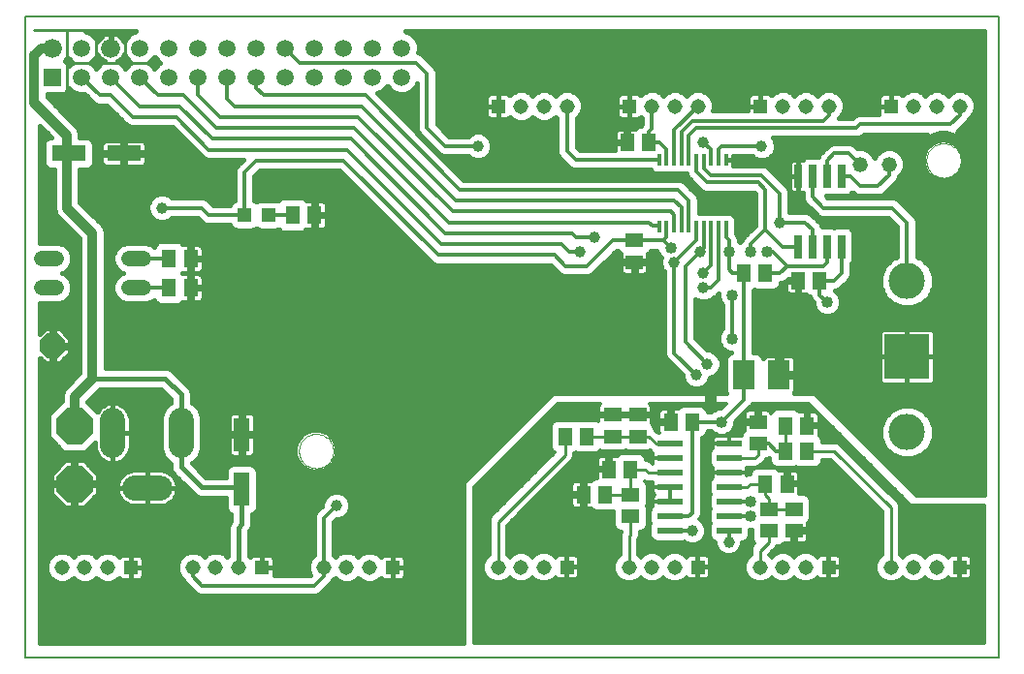
<source format=gtl>
G75*
G70*
%OFA0B0*%
%FSLAX24Y24*%
%IPPOS*%
%LPD*%
%AMOC8*
5,1,8,0,0,1.08239X$1,22.5*
%
%ADD10C,0.0400*%
%ADD11R,0.0472X0.0472*%
%ADD12R,0.0512X0.0630*%
%ADD13C,0.0050*%
%ADD14R,0.0594X0.0594*%
%ADD15C,0.0660*%
%ADD16C,0.0594*%
%ADD17C,0.0000*%
%ADD18R,0.0260X0.0800*%
%ADD19C,0.0520*%
%ADD20R,0.0512X0.0591*%
%ADD21R,0.0120X0.0390*%
%ADD22R,0.0591X0.0512*%
%ADD23R,0.1560X0.1560*%
%ADD24C,0.1250*%
%ADD25R,0.0866X0.0236*%
%ADD26C,0.0860*%
%ADD27C,0.0520*%
%ADD28R,0.0630X0.0512*%
%ADD29R,0.0515X0.0515*%
%ADD30C,0.0515*%
%ADD31R,0.0551X0.1181*%
%ADD32R,0.1181X0.0551*%
%ADD33OC8,0.0850*%
%ADD34OC8,0.1250*%
%ADD35R,0.0768X0.0984*%
%ADD36C,0.0160*%
%ADD37C,0.0100*%
%ADD38C,0.0396*%
%ADD39C,0.0120*%
%ADD40C,0.0240*%
%ADD41C,0.0400*%
%ADD42C,0.0320*%
D10*
X009325Y007496D02*
X009327Y007553D01*
X009333Y007610D01*
X009343Y007667D01*
X009356Y007722D01*
X009373Y007777D01*
X009394Y007830D01*
X009419Y007882D01*
X009447Y007932D01*
X009479Y007980D01*
X009513Y008025D01*
X009551Y008069D01*
X009591Y008109D01*
X009635Y008147D01*
X009680Y008181D01*
X009728Y008213D01*
X009778Y008241D01*
X009830Y008266D01*
X009883Y008287D01*
X009938Y008304D01*
X009993Y008317D01*
X010050Y008327D01*
X010107Y008333D01*
X010164Y008335D01*
X010221Y008333D01*
X010278Y008327D01*
X010335Y008317D01*
X010390Y008304D01*
X010445Y008287D01*
X010498Y008266D01*
X010550Y008241D01*
X010600Y008213D01*
X010648Y008181D01*
X010693Y008147D01*
X010737Y008109D01*
X010777Y008069D01*
X010815Y008025D01*
X010849Y007980D01*
X010881Y007932D01*
X010909Y007882D01*
X010934Y007830D01*
X010955Y007777D01*
X010972Y007722D01*
X010985Y007667D01*
X010995Y007610D01*
X011001Y007553D01*
X011003Y007496D01*
X011001Y007439D01*
X010995Y007382D01*
X010985Y007325D01*
X010972Y007270D01*
X010955Y007215D01*
X010934Y007162D01*
X010909Y007110D01*
X010881Y007060D01*
X010849Y007012D01*
X010815Y006967D01*
X010777Y006923D01*
X010737Y006883D01*
X010693Y006845D01*
X010648Y006811D01*
X010600Y006779D01*
X010550Y006751D01*
X010498Y006726D01*
X010445Y006705D01*
X010390Y006688D01*
X010335Y006675D01*
X010278Y006665D01*
X010221Y006659D01*
X010164Y006657D01*
X010107Y006659D01*
X010050Y006665D01*
X009993Y006675D01*
X009938Y006688D01*
X009883Y006705D01*
X009830Y006726D01*
X009778Y006751D01*
X009728Y006779D01*
X009680Y006811D01*
X009635Y006845D01*
X009591Y006883D01*
X009551Y006923D01*
X009513Y006967D01*
X009479Y007012D01*
X009447Y007060D01*
X009419Y007110D01*
X009394Y007162D01*
X009373Y007215D01*
X009356Y007270D01*
X009343Y007325D01*
X009333Y007382D01*
X009327Y007439D01*
X009325Y007496D01*
X023727Y009121D02*
X023727Y009496D01*
X030912Y017496D02*
X030914Y017553D01*
X030920Y017609D01*
X030930Y017665D01*
X030944Y017721D01*
X030961Y017775D01*
X030982Y017827D01*
X031007Y017879D01*
X031036Y017928D01*
X031068Y017975D01*
X031103Y018020D01*
X031141Y018062D01*
X031182Y018102D01*
X031225Y018138D01*
X031271Y018172D01*
X031319Y018202D01*
X031370Y018229D01*
X031422Y018252D01*
X031475Y018271D01*
X031530Y018287D01*
X031585Y018299D01*
X031642Y018307D01*
X031699Y018311D01*
X031755Y018311D01*
X031812Y018307D01*
X031869Y018299D01*
X031924Y018287D01*
X031979Y018271D01*
X032032Y018252D01*
X032084Y018229D01*
X032134Y018202D01*
X032183Y018172D01*
X032229Y018138D01*
X032272Y018102D01*
X032313Y018062D01*
X032351Y018020D01*
X032386Y017975D01*
X032418Y017928D01*
X032447Y017879D01*
X032472Y017827D01*
X032493Y017775D01*
X032510Y017721D01*
X032524Y017665D01*
X032534Y017609D01*
X032540Y017553D01*
X032542Y017496D01*
X032540Y017439D01*
X032534Y017383D01*
X032524Y017327D01*
X032510Y017271D01*
X032493Y017217D01*
X032472Y017165D01*
X032447Y017113D01*
X032418Y017064D01*
X032386Y017017D01*
X032351Y016972D01*
X032313Y016930D01*
X032272Y016890D01*
X032229Y016854D01*
X032183Y016820D01*
X032135Y016790D01*
X032084Y016763D01*
X032032Y016740D01*
X031979Y016721D01*
X031924Y016705D01*
X031869Y016693D01*
X031812Y016685D01*
X031755Y016681D01*
X031699Y016681D01*
X031642Y016685D01*
X031585Y016693D01*
X031530Y016705D01*
X031475Y016721D01*
X031422Y016740D01*
X031370Y016763D01*
X031319Y016790D01*
X031271Y016820D01*
X031225Y016854D01*
X031182Y016890D01*
X031141Y016930D01*
X031103Y016972D01*
X031068Y017017D01*
X031036Y017064D01*
X031007Y017113D01*
X030982Y017165D01*
X030961Y017217D01*
X030944Y017271D01*
X030930Y017327D01*
X030920Y017383D01*
X030914Y017439D01*
X030912Y017496D01*
D11*
X008515Y015621D03*
X007689Y015621D03*
D12*
X009353Y015621D03*
X010101Y015621D03*
X005851Y014121D03*
X005103Y014121D03*
X005103Y013121D03*
X005851Y013121D03*
X018728Y007996D03*
X019476Y007996D03*
X019353Y005996D03*
X020101Y005996D03*
X026290Y007496D03*
X027038Y007496D03*
X027038Y008371D03*
X026290Y008371D03*
X025601Y013621D03*
X024853Y013621D03*
D13*
X000157Y022448D02*
X000157Y000401D01*
X033622Y000401D01*
X033622Y022448D01*
X000157Y022448D01*
D14*
X001102Y020371D03*
D15*
X001102Y021371D03*
X003102Y021371D03*
D16*
X004102Y021371D03*
X005102Y021371D03*
X006102Y021371D03*
X007102Y021371D03*
X008102Y021371D03*
X009102Y021371D03*
X010102Y021371D03*
X011102Y021371D03*
X012102Y021371D03*
X013102Y021371D03*
X013102Y020371D03*
X012102Y020371D03*
X011102Y020371D03*
X010102Y020371D03*
X009102Y020371D03*
X008102Y020371D03*
X007102Y020371D03*
X006102Y020371D03*
X005102Y020371D03*
X004102Y020371D03*
X003102Y020371D03*
X002102Y020371D03*
X002102Y021371D03*
D17*
X009573Y007496D02*
X009575Y007544D01*
X009581Y007592D01*
X009591Y007639D01*
X009604Y007685D01*
X009622Y007730D01*
X009642Y007774D01*
X009667Y007816D01*
X009695Y007855D01*
X009725Y007892D01*
X009759Y007926D01*
X009796Y007958D01*
X009834Y007987D01*
X009875Y008012D01*
X009918Y008034D01*
X009963Y008052D01*
X010009Y008066D01*
X010056Y008077D01*
X010104Y008084D01*
X010152Y008087D01*
X010200Y008086D01*
X010248Y008081D01*
X010296Y008072D01*
X010342Y008060D01*
X010387Y008043D01*
X010431Y008023D01*
X010473Y008000D01*
X010513Y007973D01*
X010551Y007943D01*
X010586Y007910D01*
X010618Y007874D01*
X010648Y007836D01*
X010674Y007795D01*
X010696Y007752D01*
X010716Y007708D01*
X010731Y007663D01*
X010743Y007616D01*
X010751Y007568D01*
X010755Y007520D01*
X010755Y007472D01*
X010751Y007424D01*
X010743Y007376D01*
X010731Y007329D01*
X010716Y007284D01*
X010696Y007240D01*
X010674Y007197D01*
X010648Y007156D01*
X010618Y007118D01*
X010586Y007082D01*
X010551Y007049D01*
X010513Y007019D01*
X010473Y006992D01*
X010431Y006969D01*
X010387Y006949D01*
X010342Y006932D01*
X010296Y006920D01*
X010248Y006911D01*
X010200Y006906D01*
X010152Y006905D01*
X010104Y006908D01*
X010056Y006915D01*
X010009Y006926D01*
X009963Y006940D01*
X009918Y006958D01*
X009875Y006980D01*
X009834Y007005D01*
X009796Y007034D01*
X009759Y007066D01*
X009725Y007100D01*
X009695Y007137D01*
X009667Y007176D01*
X009642Y007218D01*
X009622Y007262D01*
X009604Y007307D01*
X009591Y007353D01*
X009581Y007400D01*
X009575Y007448D01*
X009573Y007496D01*
X031136Y017496D02*
X031138Y017544D01*
X031144Y017592D01*
X031154Y017639D01*
X031167Y017685D01*
X031185Y017730D01*
X031205Y017774D01*
X031230Y017816D01*
X031258Y017855D01*
X031288Y017892D01*
X031322Y017926D01*
X031359Y017958D01*
X031397Y017987D01*
X031438Y018012D01*
X031481Y018034D01*
X031526Y018052D01*
X031572Y018066D01*
X031619Y018077D01*
X031667Y018084D01*
X031715Y018087D01*
X031763Y018086D01*
X031811Y018081D01*
X031859Y018072D01*
X031905Y018060D01*
X031950Y018043D01*
X031994Y018023D01*
X032036Y018000D01*
X032076Y017973D01*
X032114Y017943D01*
X032149Y017910D01*
X032181Y017874D01*
X032211Y017836D01*
X032237Y017795D01*
X032259Y017752D01*
X032279Y017708D01*
X032294Y017663D01*
X032306Y017616D01*
X032314Y017568D01*
X032318Y017520D01*
X032318Y017472D01*
X032314Y017424D01*
X032306Y017376D01*
X032294Y017329D01*
X032279Y017284D01*
X032259Y017240D01*
X032237Y017197D01*
X032211Y017156D01*
X032181Y017118D01*
X032149Y017082D01*
X032114Y017049D01*
X032076Y017019D01*
X032036Y016992D01*
X031994Y016969D01*
X031950Y016949D01*
X031905Y016932D01*
X031859Y016920D01*
X031811Y016911D01*
X031763Y016906D01*
X031715Y016905D01*
X031667Y016908D01*
X031619Y016915D01*
X031572Y016926D01*
X031526Y016940D01*
X031481Y016958D01*
X031438Y016980D01*
X031397Y017005D01*
X031359Y017034D01*
X031322Y017066D01*
X031288Y017100D01*
X031258Y017137D01*
X031230Y017176D01*
X031205Y017218D01*
X031185Y017262D01*
X031167Y017307D01*
X031154Y017353D01*
X031144Y017400D01*
X031138Y017448D01*
X031136Y017496D01*
D18*
X028227Y016956D03*
X027727Y016956D03*
X027227Y016956D03*
X026727Y016956D03*
X026727Y014536D03*
X027227Y014536D03*
X027727Y014536D03*
X028227Y014536D03*
D19*
X028852Y017371D03*
X029852Y017371D03*
D20*
X027476Y013371D03*
X026728Y013371D03*
X023101Y008496D03*
X022353Y008496D03*
X020976Y006871D03*
X020228Y006871D03*
X025603Y006371D03*
X026351Y006371D03*
X021601Y018121D03*
X020853Y018121D03*
D21*
X021950Y017520D03*
X022206Y017520D03*
X022462Y017520D03*
X022718Y017520D03*
X022974Y017520D03*
X023230Y017520D03*
X023486Y017520D03*
X023742Y017520D03*
X023998Y017520D03*
X024254Y017520D03*
X024254Y015223D03*
X023998Y015223D03*
X023742Y015223D03*
X023486Y015223D03*
X023230Y015223D03*
X022974Y015223D03*
X022718Y015223D03*
X022462Y015223D03*
X022206Y015223D03*
X021950Y015223D03*
D22*
X021102Y014745D03*
X021102Y013997D03*
X021227Y008745D03*
X021227Y007997D03*
X025352Y007747D03*
X025352Y008495D03*
D23*
X030477Y010746D03*
D24*
X030477Y008146D03*
X030477Y013346D03*
D25*
X024376Y007746D03*
X024376Y007246D03*
X024376Y006746D03*
X024376Y006246D03*
X024376Y005746D03*
X024376Y005246D03*
X024376Y004746D03*
X022328Y004746D03*
X022328Y005246D03*
X022328Y005746D03*
X022328Y006246D03*
X022328Y006746D03*
X022328Y007246D03*
X022328Y007746D03*
D26*
X005533Y007691D02*
X005533Y008551D01*
X003171Y008551D02*
X003171Y007691D01*
X003922Y006232D02*
X004782Y006232D01*
D27*
X004237Y013121D02*
X003717Y013121D01*
X003717Y014121D02*
X004237Y014121D01*
X001237Y014121D02*
X000717Y014121D01*
X000717Y013121D02*
X001237Y013121D01*
D28*
X020352Y008745D03*
X020352Y007997D03*
X020977Y005995D03*
X020977Y005247D03*
X025727Y005495D03*
X026602Y005495D03*
X026602Y004747D03*
X025727Y004747D03*
D29*
X027783Y003496D03*
X032283Y003496D03*
X023283Y003496D03*
X018783Y003496D03*
X012783Y003496D03*
X008283Y003496D03*
X003783Y003496D03*
X016421Y019371D03*
X020921Y019371D03*
X025421Y019371D03*
X029921Y019371D03*
D30*
X030708Y019371D03*
X031496Y019371D03*
X032283Y019371D03*
X027783Y019371D03*
X026996Y019371D03*
X026208Y019371D03*
X023283Y019371D03*
X022496Y019371D03*
X021708Y019371D03*
X018783Y019371D03*
X017996Y019371D03*
X017208Y019371D03*
X017208Y003496D03*
X016421Y003496D03*
X017996Y003496D03*
X020921Y003496D03*
X021708Y003496D03*
X022496Y003496D03*
X025421Y003496D03*
X026208Y003496D03*
X026996Y003496D03*
X029921Y003496D03*
X030708Y003496D03*
X031496Y003496D03*
X011996Y003496D03*
X011208Y003496D03*
X010421Y003496D03*
X007496Y003496D03*
X006708Y003496D03*
X005921Y003496D03*
X002996Y003496D03*
X002208Y003496D03*
X001421Y003496D03*
D31*
X007602Y006177D03*
X007602Y008066D03*
D32*
X003547Y017746D03*
X001657Y017746D03*
D33*
X001102Y011121D03*
D34*
X001852Y008371D03*
X001852Y006371D03*
D35*
X024877Y010121D03*
X026077Y010121D03*
D36*
X026157Y010198D02*
X029517Y010198D01*
X029517Y010040D02*
X026641Y010040D01*
X026641Y010041D02*
X026157Y010041D01*
X026157Y010201D01*
X026641Y010201D01*
X026641Y010637D01*
X026629Y010683D01*
X026605Y010724D01*
X026572Y010758D01*
X026531Y010781D01*
X026485Y010794D01*
X026157Y010794D01*
X026157Y010201D01*
X025997Y010201D01*
X025997Y010794D01*
X025670Y010794D01*
X025624Y010781D01*
X025583Y010758D01*
X025549Y010724D01*
X025531Y010692D01*
X025498Y010772D01*
X025419Y010851D01*
X025316Y010894D01*
X025192Y010894D01*
X025192Y013038D01*
X025227Y013052D01*
X025289Y013026D01*
X025913Y013026D01*
X026015Y013069D01*
X026094Y013148D01*
X026137Y013251D01*
X026137Y013281D01*
X026170Y013281D01*
X026295Y013333D01*
X026381Y013419D01*
X026680Y013419D01*
X026680Y013324D01*
X026292Y013324D01*
X026292Y013052D01*
X026304Y013007D01*
X026328Y012966D01*
X026362Y012932D01*
X026403Y012908D01*
X026448Y012896D01*
X026680Y012896D01*
X026680Y013323D01*
X026776Y013323D01*
X026776Y012896D01*
X027004Y012896D01*
X027061Y012839D01*
X027137Y012808D01*
X027137Y012804D01*
X027189Y012679D01*
X027247Y012621D01*
X027247Y012526D01*
X027320Y012350D01*
X027455Y012215D01*
X027631Y012141D01*
X027822Y012141D01*
X027999Y012215D01*
X028134Y012350D01*
X028207Y012526D01*
X028207Y012717D01*
X028134Y012893D01*
X029685Y012893D01*
X029710Y012834D02*
X029572Y013166D01*
X029572Y013526D01*
X029710Y013859D01*
X029964Y014114D01*
X030137Y014185D01*
X030137Y015231D01*
X029836Y015531D01*
X027534Y015531D01*
X027409Y015583D01*
X027314Y015679D01*
X027314Y015679D01*
X026939Y016054D01*
X026887Y016179D01*
X026887Y016370D01*
X026881Y016377D01*
X026881Y016376D01*
X026727Y016376D01*
X026727Y016956D01*
X026727Y016956D01*
X026727Y016376D01*
X026573Y016376D01*
X026527Y016389D01*
X026486Y016412D01*
X026453Y016446D01*
X026429Y016487D01*
X026417Y016533D01*
X026417Y016956D01*
X026727Y016956D01*
X026727Y016956D01*
X026417Y016956D01*
X026417Y017380D01*
X026429Y017426D01*
X026453Y017467D01*
X026486Y017500D01*
X026527Y017524D01*
X026573Y017536D01*
X026727Y017536D01*
X026727Y016956D01*
X026727Y016956D01*
X026727Y017536D01*
X026881Y017536D01*
X026881Y017536D01*
X026938Y017594D01*
X027041Y017636D01*
X027413Y017636D01*
X027416Y017635D01*
X027439Y017689D01*
X027534Y017785D01*
X027534Y017785D01*
X027784Y018035D01*
X027909Y018086D01*
X028545Y018086D01*
X028670Y018035D01*
X028765Y017939D01*
X028765Y017939D01*
X028793Y017911D01*
X028959Y017911D01*
X029158Y017829D01*
X029310Y017677D01*
X029352Y017575D01*
X029394Y017677D01*
X029546Y017829D01*
X029745Y017911D01*
X029959Y017911D01*
X030158Y017829D01*
X030310Y017677D01*
X030392Y017479D01*
X030392Y017264D01*
X030310Y017066D01*
X030192Y016948D01*
X030192Y016929D01*
X030140Y016804D01*
X030045Y016708D01*
X029670Y016333D01*
X029545Y016281D01*
X028784Y016281D01*
X028659Y016333D01*
X028594Y016398D01*
X028594Y016398D01*
X028516Y016319D01*
X028413Y016276D01*
X028041Y016276D01*
X027977Y016303D01*
X027913Y016276D01*
X027678Y016276D01*
X027743Y016211D01*
X030045Y016211D01*
X030170Y016160D01*
X030265Y016064D01*
X030765Y015564D01*
X030817Y015439D01*
X030817Y014185D01*
X030990Y014114D01*
X031244Y013859D01*
X031382Y013526D01*
X031382Y013166D01*
X031244Y012834D01*
X030990Y012579D01*
X030657Y012441D01*
X030297Y012441D01*
X029964Y012579D01*
X029710Y012834D01*
X029809Y012734D02*
X028200Y012734D01*
X028207Y012576D02*
X029972Y012576D01*
X029620Y013051D02*
X028093Y013051D01*
X028045Y013031D02*
X028170Y013083D01*
X028420Y013333D01*
X028468Y013381D01*
X028515Y013429D01*
X028515Y013429D01*
X028515Y013429D01*
X028541Y013491D01*
X028567Y013554D01*
X028567Y013554D01*
X028567Y013554D01*
X028567Y013621D01*
X028567Y013689D01*
X028567Y013689D01*
X028567Y013950D01*
X028594Y013978D01*
X028637Y014081D01*
X028637Y014992D01*
X028594Y015095D01*
X028516Y015174D01*
X028413Y015216D01*
X028041Y015216D01*
X027977Y015190D01*
X027913Y015216D01*
X027556Y015216D01*
X027515Y015314D01*
X027420Y015410D01*
X027170Y015660D01*
X027045Y015711D01*
X026442Y015711D01*
X026442Y016439D01*
X026390Y016564D01*
X026295Y016660D01*
X025670Y017285D01*
X025545Y017336D01*
X024494Y017336D01*
X024494Y017520D01*
X024338Y017520D01*
X024338Y017520D01*
X024494Y017520D01*
X024494Y017656D01*
X025141Y017656D01*
X025206Y017591D01*
X025382Y017518D01*
X025572Y017518D01*
X025748Y017591D01*
X025882Y017726D01*
X025955Y017901D01*
X025955Y018092D01*
X025882Y018267D01*
X025868Y018281D01*
X028795Y018281D01*
X028920Y018333D01*
X028993Y018406D01*
X031162Y018406D01*
X031070Y018353D01*
X030870Y018154D01*
X030729Y017910D01*
X030656Y017637D01*
X030656Y017356D01*
X030729Y017083D01*
X030870Y016839D01*
X031070Y016640D01*
X031314Y016499D01*
X031586Y016426D01*
X031868Y016426D01*
X032140Y016499D01*
X032384Y016640D01*
X032584Y016839D01*
X032725Y017083D01*
X032798Y017356D01*
X032798Y017637D01*
X032725Y017910D01*
X032584Y018154D01*
X032384Y018353D01*
X032182Y018470D01*
X032265Y018554D01*
X032571Y018860D01*
X032599Y018928D01*
X032739Y019067D01*
X032821Y019265D01*
X032821Y019478D01*
X032739Y019676D01*
X032588Y019827D01*
X032390Y019909D01*
X032176Y019909D01*
X031979Y019827D01*
X031889Y019738D01*
X031800Y019827D01*
X031603Y019909D01*
X031389Y019909D01*
X031191Y019827D01*
X031102Y019738D01*
X031013Y019827D01*
X030815Y019909D01*
X030601Y019909D01*
X030404Y019827D01*
X030319Y019743D01*
X030289Y019773D01*
X030248Y019797D01*
X030202Y019809D01*
X029921Y019809D01*
X029921Y019371D01*
X029483Y019371D01*
X029483Y019090D01*
X029484Y019086D01*
X028784Y019086D01*
X028659Y019035D01*
X028586Y018961D01*
X028133Y018961D01*
X028239Y019067D01*
X028321Y019265D01*
X028321Y019478D01*
X028239Y019676D01*
X028088Y019827D01*
X027890Y019909D01*
X027676Y019909D01*
X027479Y019827D01*
X027389Y019738D01*
X027300Y019827D01*
X027103Y019909D01*
X026889Y019909D01*
X026691Y019827D01*
X026602Y019738D01*
X026513Y019827D01*
X026315Y019909D01*
X026101Y019909D01*
X025904Y019827D01*
X025819Y019743D01*
X025789Y019773D01*
X025748Y019797D01*
X025702Y019809D01*
X025421Y019809D01*
X025421Y019371D01*
X024983Y019371D01*
X024983Y019211D01*
X023799Y019211D01*
X023821Y019265D01*
X023821Y019478D01*
X023739Y019676D01*
X023588Y019827D01*
X023390Y019909D01*
X023176Y019909D01*
X022979Y019827D01*
X022889Y019738D01*
X022800Y019827D01*
X022603Y019909D01*
X022389Y019909D01*
X022191Y019827D01*
X022102Y019738D01*
X022013Y019827D01*
X021815Y019909D01*
X021601Y019909D01*
X021404Y019827D01*
X021319Y019743D01*
X021289Y019773D01*
X021248Y019797D01*
X021202Y019809D01*
X020921Y019809D01*
X020921Y019371D01*
X020921Y018934D01*
X021202Y018934D01*
X021248Y018946D01*
X021289Y018970D01*
X021319Y019000D01*
X021368Y018951D01*
X021368Y018744D01*
X021321Y018697D01*
X021289Y018697D01*
X021186Y018654D01*
X021129Y018597D01*
X020901Y018597D01*
X020901Y018169D01*
X020805Y018169D01*
X020805Y018074D01*
X020417Y018074D01*
X020417Y017860D01*
X019219Y017860D01*
X019123Y017956D01*
X019123Y018951D01*
X019239Y019067D01*
X019321Y019265D01*
X019321Y019478D01*
X019239Y019676D01*
X019088Y019827D01*
X018890Y019909D01*
X018676Y019909D01*
X018479Y019827D01*
X018389Y019738D01*
X018300Y019827D01*
X018103Y019909D01*
X017889Y019909D01*
X017691Y019827D01*
X017602Y019738D01*
X017513Y019827D01*
X017315Y019909D01*
X017101Y019909D01*
X016904Y019827D01*
X016819Y019743D01*
X016789Y019773D01*
X016748Y019797D01*
X016702Y019809D01*
X016421Y019809D01*
X016421Y019371D01*
X016421Y018934D01*
X016702Y018934D01*
X016748Y018946D01*
X016789Y018970D01*
X016819Y019000D01*
X016904Y018916D01*
X017101Y018834D01*
X017315Y018834D01*
X017513Y018916D01*
X017691Y018916D01*
X017889Y018834D01*
X018103Y018834D01*
X018300Y018916D01*
X018389Y019005D01*
X018443Y018951D01*
X018443Y017748D01*
X018495Y017623D01*
X018886Y017232D01*
X019011Y017180D01*
X021647Y017180D01*
X021653Y017167D01*
X021732Y017088D01*
X021835Y017045D01*
X022066Y017045D01*
X022078Y017050D01*
X022091Y017045D01*
X022322Y017045D01*
X022334Y017050D01*
X022347Y017045D01*
X022578Y017045D01*
X022590Y017050D01*
X022602Y017045D01*
X022834Y017045D01*
X022846Y017050D01*
X022858Y017045D01*
X022891Y017045D01*
X022939Y016929D01*
X023034Y016833D01*
X023409Y016458D01*
X023534Y016406D01*
X025211Y016406D01*
X025262Y016356D01*
X025262Y015262D01*
X024909Y014910D01*
X024814Y014814D01*
X024777Y014725D01*
X024727Y014675D01*
X024692Y014710D01*
X024692Y014814D01*
X024640Y014939D01*
X024594Y014986D01*
X024594Y015473D01*
X024551Y015576D01*
X024472Y015655D01*
X024369Y015698D01*
X024138Y015698D01*
X024126Y015693D01*
X024113Y015698D01*
X023882Y015698D01*
X023870Y015693D01*
X023857Y015698D01*
X023626Y015698D01*
X023614Y015693D01*
X023602Y015698D01*
X023370Y015698D01*
X023358Y015693D01*
X023346Y015698D01*
X023317Y015698D01*
X023317Y016189D01*
X023265Y016314D01*
X023170Y016410D01*
X022795Y016785D01*
X022670Y016836D01*
X015243Y016836D01*
X012265Y019815D01*
X012429Y019882D01*
X012591Y020045D01*
X012602Y020071D01*
X012613Y020045D01*
X012775Y019882D01*
X012987Y019795D01*
X013217Y019795D01*
X013429Y019882D01*
X013591Y020045D01*
X013637Y020156D01*
X013637Y018554D01*
X013689Y018429D01*
X014314Y017804D01*
X014409Y017708D01*
X014534Y017656D01*
X015391Y017656D01*
X015456Y017591D01*
X015632Y017518D01*
X015822Y017518D01*
X015998Y017591D01*
X016132Y017726D01*
X016205Y017901D01*
X016205Y018092D01*
X016132Y018267D01*
X015998Y018402D01*
X015822Y018475D01*
X015632Y018475D01*
X015456Y018402D01*
X015391Y018336D01*
X014743Y018336D01*
X014317Y018762D01*
X014317Y020564D01*
X014265Y020689D01*
X014170Y020785D01*
X013795Y021160D01*
X013670Y021211D01*
X013660Y021211D01*
X013679Y021257D01*
X013679Y021486D01*
X013591Y021698D01*
X013429Y021860D01*
X013229Y021943D01*
X033117Y021943D01*
X033117Y005996D01*
X030789Y005996D01*
X027289Y009496D01*
X026583Y009496D01*
X026605Y009519D01*
X026629Y009560D01*
X026641Y009606D01*
X026641Y010041D01*
X026641Y009881D02*
X029538Y009881D01*
X029529Y009897D02*
X029553Y009856D01*
X029586Y009822D01*
X029627Y009799D01*
X029673Y009786D01*
X030477Y009786D01*
X031281Y009786D01*
X031326Y009799D01*
X031367Y009822D01*
X031401Y009856D01*
X031425Y009897D01*
X031437Y009943D01*
X031437Y010746D01*
X030477Y010746D01*
X030477Y009786D01*
X030477Y010746D01*
X030477Y010746D01*
X030477Y010746D01*
X029517Y010746D01*
X029517Y009943D01*
X029529Y009897D01*
X029517Y010357D02*
X026641Y010357D01*
X026641Y010515D02*
X029517Y010515D01*
X029517Y010674D02*
X026631Y010674D01*
X026157Y010674D02*
X025997Y010674D01*
X025997Y010515D02*
X026157Y010515D01*
X026157Y010357D02*
X025997Y010357D01*
X025438Y010832D02*
X029517Y010832D01*
X029517Y010746D02*
X030477Y010746D01*
X030477Y010746D01*
X031437Y010746D01*
X031437Y011550D01*
X031425Y011596D01*
X031401Y011637D01*
X031367Y011670D01*
X031326Y011694D01*
X031281Y011706D01*
X030477Y011706D01*
X030477Y010746D01*
X030477Y010746D01*
X030477Y011706D01*
X029673Y011706D01*
X029627Y011694D01*
X029586Y011670D01*
X029553Y011637D01*
X029529Y011596D01*
X029517Y011550D01*
X029517Y010746D01*
X029517Y010991D02*
X025192Y010991D01*
X025192Y011149D02*
X029517Y011149D01*
X029517Y011308D02*
X025192Y011308D01*
X025192Y011466D02*
X029517Y011466D01*
X029546Y011625D02*
X025192Y011625D01*
X025192Y011783D02*
X033117Y011783D01*
X033117Y011625D02*
X031408Y011625D01*
X031437Y011466D02*
X033117Y011466D01*
X033117Y011308D02*
X031437Y011308D01*
X031437Y011149D02*
X033117Y011149D01*
X033117Y010991D02*
X031437Y010991D01*
X031437Y010832D02*
X033117Y010832D01*
X033117Y010674D02*
X031437Y010674D01*
X031437Y010515D02*
X033117Y010515D01*
X033117Y010357D02*
X031437Y010357D01*
X031437Y010198D02*
X033117Y010198D01*
X033117Y010040D02*
X031437Y010040D01*
X031416Y009881D02*
X033117Y009881D01*
X033117Y009723D02*
X026641Y009723D01*
X026630Y009564D02*
X033117Y009564D01*
X033117Y009406D02*
X027380Y009406D01*
X027538Y009247D02*
X033117Y009247D01*
X033117Y009089D02*
X027697Y009089D01*
X027855Y008930D02*
X030005Y008930D01*
X029964Y008914D02*
X029710Y008659D01*
X029572Y008326D01*
X029572Y007966D01*
X029710Y007634D01*
X029964Y007379D01*
X030297Y007241D01*
X030657Y007241D01*
X030990Y007379D01*
X031244Y007634D01*
X031382Y007966D01*
X031382Y008326D01*
X031244Y008659D01*
X030990Y008914D01*
X030657Y009051D01*
X030297Y009051D01*
X029964Y008914D01*
X029823Y008772D02*
X028014Y008772D01*
X028172Y008613D02*
X029691Y008613D01*
X029625Y008455D02*
X028331Y008455D01*
X028489Y008296D02*
X029572Y008296D01*
X029572Y008138D02*
X028648Y008138D01*
X028806Y007979D02*
X029572Y007979D01*
X029632Y007821D02*
X028965Y007821D01*
X029123Y007662D02*
X029698Y007662D01*
X029840Y007504D02*
X029282Y007504D01*
X029440Y007345D02*
X030046Y007345D01*
X029757Y007028D02*
X033117Y007028D01*
X033117Y006870D02*
X029916Y006870D01*
X030074Y006711D02*
X033117Y006711D01*
X033117Y006553D02*
X030233Y006553D01*
X030391Y006394D02*
X033117Y006394D01*
X033117Y006236D02*
X030550Y006236D01*
X030708Y006077D02*
X033117Y006077D01*
X033117Y007187D02*
X029599Y007187D01*
X030908Y007345D02*
X033117Y007345D01*
X033117Y007504D02*
X031114Y007504D01*
X031256Y007662D02*
X033117Y007662D01*
X033117Y007821D02*
X031322Y007821D01*
X031382Y007979D02*
X033117Y007979D01*
X033117Y008138D02*
X031382Y008138D01*
X031382Y008296D02*
X033117Y008296D01*
X033117Y008455D02*
X031329Y008455D01*
X031263Y008613D02*
X033117Y008613D01*
X033117Y008772D02*
X031131Y008772D01*
X030949Y008930D02*
X033117Y008930D01*
X030477Y009881D02*
X030477Y009881D01*
X030477Y010040D02*
X030477Y010040D01*
X030477Y010198D02*
X030477Y010198D01*
X030477Y010357D02*
X030477Y010357D01*
X030477Y010515D02*
X030477Y010515D01*
X030477Y010674D02*
X030477Y010674D01*
X030477Y010832D02*
X030477Y010832D01*
X030477Y010991D02*
X030477Y010991D01*
X030477Y011149D02*
X030477Y011149D01*
X030477Y011308D02*
X030477Y011308D01*
X030477Y011466D02*
X030477Y011466D01*
X030477Y011625D02*
X030477Y011625D01*
X030982Y012576D02*
X033117Y012576D01*
X033117Y012734D02*
X031145Y012734D01*
X031269Y012893D02*
X033117Y012893D01*
X033117Y013051D02*
X031334Y013051D01*
X031382Y013210D02*
X033117Y013210D01*
X033117Y013368D02*
X031382Y013368D01*
X031382Y013527D02*
X033117Y013527D01*
X033117Y013685D02*
X031316Y013685D01*
X031250Y013844D02*
X033117Y013844D01*
X033117Y014002D02*
X031101Y014002D01*
X030875Y014161D02*
X033117Y014161D01*
X033117Y014319D02*
X030817Y014319D01*
X030817Y014478D02*
X033117Y014478D01*
X033117Y014636D02*
X030817Y014636D01*
X030817Y014795D02*
X033117Y014795D01*
X033117Y014953D02*
X030817Y014953D01*
X030817Y015112D02*
X033117Y015112D01*
X033117Y015270D02*
X030817Y015270D01*
X030817Y015429D02*
X033117Y015429D01*
X033117Y015587D02*
X030742Y015587D01*
X030583Y015746D02*
X033117Y015746D01*
X033117Y015904D02*
X030425Y015904D01*
X030266Y016063D02*
X033117Y016063D01*
X033117Y016221D02*
X027733Y016221D01*
X027247Y015746D02*
X026442Y015746D01*
X026442Y015904D02*
X027088Y015904D01*
X026935Y016063D02*
X026442Y016063D01*
X026442Y016221D02*
X026887Y016221D01*
X026727Y016380D02*
X026727Y016380D01*
X026727Y016538D02*
X026727Y016538D01*
X026727Y016697D02*
X026727Y016697D01*
X026727Y016855D02*
X026727Y016855D01*
X026727Y017014D02*
X026727Y017014D01*
X026727Y017172D02*
X026727Y017172D01*
X026727Y017331D02*
X026727Y017331D01*
X026727Y017489D02*
X026727Y017489D01*
X026475Y017489D02*
X024494Y017489D01*
X024494Y017648D02*
X025149Y017648D01*
X025558Y017331D02*
X026417Y017331D01*
X026417Y017172D02*
X025782Y017172D01*
X025940Y017014D02*
X026417Y017014D01*
X026417Y016855D02*
X026099Y016855D01*
X026257Y016697D02*
X026417Y016697D01*
X026401Y016538D02*
X026417Y016538D01*
X026442Y016380D02*
X026560Y016380D01*
X027242Y015587D02*
X027405Y015587D01*
X027400Y015429D02*
X029939Y015429D01*
X030097Y015270D02*
X027533Y015270D01*
X028577Y015112D02*
X030137Y015112D01*
X030137Y014953D02*
X028637Y014953D01*
X028637Y014795D02*
X030137Y014795D01*
X030137Y014636D02*
X028637Y014636D01*
X028637Y014478D02*
X030137Y014478D01*
X030137Y014319D02*
X028637Y014319D01*
X028637Y014161D02*
X030079Y014161D01*
X029853Y014002D02*
X028605Y014002D01*
X028567Y013844D02*
X029703Y013844D01*
X029638Y013685D02*
X028567Y013685D01*
X028556Y013527D02*
X029572Y013527D01*
X029572Y013368D02*
X028455Y013368D01*
X028420Y013333D02*
X028420Y013333D01*
X028296Y013210D02*
X029572Y013210D01*
X028134Y012893D02*
X028010Y013017D01*
X028012Y013020D01*
X028012Y013031D01*
X028045Y013031D01*
X028162Y012417D02*
X033117Y012417D01*
X033117Y012259D02*
X028043Y012259D01*
X027411Y012259D02*
X025192Y012259D01*
X025192Y012417D02*
X027292Y012417D01*
X027247Y012576D02*
X025192Y012576D01*
X025192Y012734D02*
X027166Y012734D01*
X027007Y012893D02*
X025192Y012893D01*
X025225Y013051D02*
X025229Y013051D01*
X025973Y013051D02*
X026292Y013051D01*
X026292Y013210D02*
X026120Y013210D01*
X026330Y013368D02*
X026680Y013368D01*
X026680Y013210D02*
X026776Y013210D01*
X026776Y013051D02*
X026680Y013051D01*
X025192Y012100D02*
X033117Y012100D01*
X033117Y011942D02*
X025192Y011942D01*
X024137Y011942D02*
X023192Y011942D01*
X023192Y012100D02*
X024137Y012100D01*
X024137Y012259D02*
X023192Y012259D01*
X023192Y012417D02*
X024137Y012417D01*
X024137Y012533D02*
X024137Y011710D01*
X024070Y011643D01*
X023997Y011467D01*
X023997Y011276D01*
X024070Y011100D01*
X024205Y010965D01*
X024381Y010891D01*
X024432Y010891D01*
X024334Y010851D01*
X024255Y010772D01*
X024213Y010669D01*
X024213Y009574D01*
X024245Y009496D01*
X018289Y009496D01*
X015227Y006434D01*
X015227Y000906D01*
X000662Y000906D01*
X000662Y010706D01*
X000851Y010516D01*
X001052Y010516D01*
X001052Y011071D01*
X001152Y011071D01*
X001152Y010516D01*
X001353Y010516D01*
X001707Y010871D01*
X001707Y011071D01*
X001152Y011071D01*
X001152Y011171D01*
X001707Y011171D01*
X001707Y011372D01*
X001353Y011726D01*
X001152Y011726D01*
X001152Y011171D01*
X001052Y011171D01*
X001052Y011726D01*
X000851Y011726D01*
X000662Y011537D01*
X000662Y012581D01*
X001344Y012581D01*
X001543Y012664D01*
X001695Y012816D01*
X001777Y013014D01*
X001777Y013229D01*
X001695Y013427D01*
X001543Y013579D01*
X001441Y013621D01*
X001543Y013664D01*
X001695Y013816D01*
X001777Y014014D01*
X001777Y014229D01*
X001695Y014427D01*
X001543Y014579D01*
X001344Y014661D01*
X000662Y014661D01*
X000662Y018689D01*
X001049Y018302D01*
X001011Y018302D01*
X000908Y018259D01*
X000829Y018181D01*
X000787Y018078D01*
X000787Y017415D01*
X000829Y017312D01*
X000908Y017233D01*
X001011Y017191D01*
X001162Y017191D01*
X001162Y015784D01*
X001229Y015622D01*
X001353Y015498D01*
X002037Y014814D01*
X002037Y010179D01*
X001479Y009621D01*
X001412Y009459D01*
X001412Y009211D01*
X000947Y008746D01*
X000947Y007997D01*
X001477Y007466D01*
X002227Y007466D01*
X002561Y007800D01*
X002561Y007643D01*
X002576Y007549D01*
X002606Y007457D01*
X002649Y007372D01*
X002706Y007294D01*
X002773Y007226D01*
X002851Y007170D01*
X002937Y007126D01*
X003028Y007096D01*
X003123Y007081D01*
X003171Y007081D01*
X003219Y007081D01*
X003314Y007096D01*
X003405Y007126D01*
X003491Y007170D01*
X003568Y007226D01*
X003636Y007294D01*
X003693Y007372D01*
X003736Y007457D01*
X003766Y007549D01*
X003781Y007643D01*
X003781Y008121D01*
X003171Y008121D01*
X003171Y007081D01*
X003171Y008121D01*
X003171Y008121D01*
X003171Y008121D01*
X003781Y008121D01*
X003781Y008599D01*
X003766Y008694D01*
X003736Y008786D01*
X003693Y008871D01*
X003636Y008949D01*
X003568Y009017D01*
X003491Y009073D01*
X003405Y009117D01*
X003314Y009146D01*
X003219Y009161D01*
X003171Y009161D01*
X003171Y008121D01*
X003171Y008121D01*
X003171Y009161D01*
X003123Y009161D01*
X003028Y009146D01*
X002937Y009117D01*
X002851Y009073D01*
X002773Y009017D01*
X002706Y008949D01*
X002649Y008871D01*
X002643Y008860D01*
X002303Y009200D01*
X002726Y009623D01*
X002739Y009636D01*
X004828Y009636D01*
X005173Y009291D01*
X005173Y009171D01*
X005131Y009153D01*
X004931Y008954D01*
X004823Y008693D01*
X004823Y007550D01*
X004931Y007289D01*
X005131Y007090D01*
X005173Y007072D01*
X005173Y006869D01*
X005228Y006736D01*
X005922Y006043D01*
X006023Y005941D01*
X006155Y005886D01*
X007046Y005886D01*
X007046Y005530D01*
X007089Y005427D01*
X007168Y005349D01*
X007242Y005318D01*
X007242Y005115D01*
X007222Y005088D01*
X007190Y005057D01*
X007180Y005031D01*
X007164Y005009D01*
X007153Y004966D01*
X007136Y004924D01*
X007136Y004897D01*
X007129Y004870D01*
X007136Y004826D01*
X007136Y003897D01*
X007102Y003863D01*
X007013Y003952D01*
X006815Y004034D01*
X006601Y004034D01*
X006404Y003952D01*
X006315Y003863D01*
X006225Y003952D01*
X006028Y004034D01*
X005814Y004034D01*
X005616Y003952D01*
X005465Y003801D01*
X005383Y003603D01*
X005383Y003390D01*
X005465Y003192D01*
X005605Y003053D01*
X005633Y002985D01*
X005728Y002889D01*
X005728Y002889D01*
X005939Y002679D01*
X006034Y002583D01*
X006159Y002531D01*
X010170Y002531D01*
X010295Y002583D01*
X010709Y002998D01*
X010728Y003044D01*
X010815Y003130D01*
X010904Y003041D01*
X011101Y002959D01*
X011315Y002959D01*
X011513Y003041D01*
X011602Y003130D01*
X011691Y003041D01*
X011889Y002959D01*
X012103Y002959D01*
X012300Y003041D01*
X012385Y003125D01*
X012415Y003095D01*
X012456Y003071D01*
X012502Y003059D01*
X012783Y003059D01*
X012783Y003496D01*
X012783Y003496D01*
X012783Y003059D01*
X013064Y003059D01*
X013110Y003071D01*
X013151Y003095D01*
X013185Y003128D01*
X013208Y003169D01*
X013221Y003215D01*
X013221Y003496D01*
X012783Y003496D01*
X012783Y003496D01*
X013221Y003496D01*
X013221Y003778D01*
X013208Y003823D01*
X013185Y003864D01*
X013151Y003898D01*
X013110Y003922D01*
X013064Y003934D01*
X012783Y003934D01*
X012502Y003934D01*
X012456Y003922D01*
X012415Y003898D01*
X012385Y003868D01*
X012300Y003952D01*
X012103Y004034D01*
X011889Y004034D01*
X011691Y003952D01*
X011602Y003863D01*
X011513Y003952D01*
X011315Y004034D01*
X011101Y004034D01*
X010904Y003952D01*
X010815Y003863D01*
X010761Y003917D01*
X010761Y005050D01*
X010855Y005143D01*
X010947Y005143D01*
X011123Y005216D01*
X011257Y005351D01*
X011330Y005526D01*
X011330Y005717D01*
X011257Y005892D01*
X011123Y006027D01*
X010947Y006100D01*
X010757Y006100D01*
X010581Y006027D01*
X010447Y005892D01*
X010374Y005717D01*
X010374Y005624D01*
X010133Y005383D01*
X010081Y005258D01*
X010081Y003917D01*
X009965Y003801D01*
X009883Y003603D01*
X009883Y003390D01*
X009957Y003211D01*
X008720Y003211D01*
X008721Y003215D01*
X008721Y003496D01*
X008283Y003496D01*
X008283Y003496D01*
X008721Y003496D01*
X008721Y003778D01*
X008708Y003823D01*
X008685Y003864D01*
X008651Y003898D01*
X008610Y003922D01*
X008564Y003934D01*
X008283Y003934D01*
X008002Y003934D01*
X007956Y003922D01*
X007915Y003898D01*
X007885Y003868D01*
X007856Y003897D01*
X007856Y004734D01*
X007875Y004761D01*
X007907Y004793D01*
X007918Y004818D01*
X007934Y004840D01*
X007945Y004883D01*
X007962Y004925D01*
X007962Y004952D01*
X007969Y004979D01*
X007962Y005023D01*
X007962Y005318D01*
X008036Y005349D01*
X008115Y005427D01*
X008158Y005530D01*
X008158Y006823D01*
X008115Y006926D01*
X008036Y007004D01*
X007933Y007047D01*
X007271Y007047D01*
X007168Y007004D01*
X007089Y006926D01*
X007046Y006823D01*
X007046Y006606D01*
X006376Y006606D01*
X005905Y007077D01*
X005935Y007090D01*
X006135Y007289D01*
X006243Y007550D01*
X006243Y008693D01*
X006135Y008954D01*
X005935Y009153D01*
X005893Y009171D01*
X005893Y009512D01*
X005838Y009644D01*
X005737Y009746D01*
X005181Y010302D01*
X005049Y010356D01*
X002917Y010356D01*
X002917Y015084D01*
X002850Y015246D01*
X002042Y016054D01*
X002042Y017191D01*
X002303Y017191D01*
X002406Y017233D01*
X002485Y017312D01*
X002528Y017415D01*
X002528Y018078D01*
X002485Y018181D01*
X002406Y018259D01*
X002303Y018302D01*
X002042Y018302D01*
X002042Y018459D01*
X001975Y018621D01*
X000917Y019679D01*
X000917Y019795D01*
X001455Y019795D01*
X001557Y019837D01*
X001636Y019916D01*
X001667Y019991D01*
X001775Y019882D01*
X001987Y019795D01*
X002198Y019795D01*
X002439Y019554D01*
X002534Y019458D01*
X002659Y019406D01*
X002961Y019406D01*
X003564Y018804D01*
X003659Y018708D01*
X003784Y018656D01*
X005211Y018656D01*
X006189Y017679D01*
X006284Y017583D01*
X006409Y017531D01*
X007656Y017531D01*
X007400Y017276D01*
X007349Y017151D01*
X007349Y016118D01*
X007294Y016095D01*
X007215Y016016D01*
X007192Y015961D01*
X006618Y015961D01*
X006420Y016160D01*
X006295Y016211D01*
X005188Y016211D01*
X005123Y016277D01*
X004947Y016350D01*
X004757Y016350D01*
X004581Y016277D01*
X004447Y016142D01*
X004374Y015967D01*
X004374Y015776D01*
X004447Y015601D01*
X004581Y015466D01*
X004757Y015393D01*
X004947Y015393D01*
X005123Y015466D01*
X005188Y015531D01*
X006086Y015531D01*
X006189Y015429D01*
X006284Y015333D01*
X006409Y015281D01*
X007192Y015281D01*
X007215Y015227D01*
X007294Y015148D01*
X007397Y015105D01*
X007980Y015105D01*
X008083Y015148D01*
X008102Y015166D01*
X008121Y015148D01*
X008223Y015105D01*
X008807Y015105D01*
X008874Y015133D01*
X008938Y015069D01*
X009041Y015026D01*
X009665Y015026D01*
X009767Y015069D01*
X009825Y015126D01*
X010053Y015126D01*
X010053Y015573D01*
X010149Y015573D01*
X010149Y015126D01*
X010381Y015126D01*
X010426Y015139D01*
X010467Y015162D01*
X010501Y015196D01*
X010525Y015237D01*
X010537Y015283D01*
X010537Y015574D01*
X010149Y015574D01*
X010149Y015669D01*
X010537Y015669D01*
X010537Y015960D01*
X010525Y016006D01*
X010501Y016047D01*
X010467Y016080D01*
X010426Y016104D01*
X010381Y016116D01*
X010149Y016116D01*
X010149Y015669D01*
X010053Y015669D01*
X010053Y016116D01*
X009825Y016116D01*
X009767Y016174D01*
X009665Y016216D01*
X009041Y016216D01*
X008938Y016174D01*
X008874Y016110D01*
X008807Y016138D01*
X008223Y016138D01*
X008121Y016095D01*
X008102Y016076D01*
X008083Y016095D01*
X008029Y016118D01*
X008029Y016942D01*
X008243Y017156D01*
X010961Y017156D01*
X014064Y014054D01*
X014159Y013958D01*
X014284Y013906D01*
X018211Y013906D01*
X018439Y013679D01*
X018534Y013583D01*
X018659Y013531D01*
X019545Y013531D01*
X019670Y013583D01*
X020493Y014406D01*
X020538Y014406D01*
X020569Y014331D01*
X020627Y014274D01*
X020627Y014045D01*
X021054Y014045D01*
X021054Y013949D01*
X021054Y013562D01*
X020783Y013562D01*
X020737Y013574D01*
X020696Y013597D01*
X020663Y013631D01*
X020639Y013672D01*
X020627Y013718D01*
X020627Y013949D01*
X021054Y013949D01*
X021150Y013949D01*
X021150Y013562D01*
X021421Y013562D01*
X021467Y013574D01*
X021508Y013597D01*
X021541Y013631D01*
X021565Y013672D01*
X021577Y013718D01*
X021577Y013949D01*
X021150Y013949D01*
X021150Y014045D01*
X021577Y014045D01*
X021577Y014274D01*
X021635Y014331D01*
X021665Y014405D01*
X021872Y014405D01*
X021872Y014401D01*
X021945Y014225D01*
X022022Y014148D01*
X021999Y014092D01*
X021999Y013901D01*
X022072Y013726D01*
X022137Y013660D01*
X022137Y010804D01*
X022189Y010679D01*
X022284Y010583D01*
X022749Y010119D01*
X022749Y010026D01*
X022822Y009851D01*
X022956Y009716D01*
X023132Y009643D01*
X023322Y009643D01*
X023498Y009716D01*
X023632Y009851D01*
X023703Y010021D01*
X023873Y010091D01*
X024007Y010226D01*
X024080Y010401D01*
X024080Y010592D01*
X024007Y010767D01*
X023873Y010902D01*
X023697Y010975D01*
X023605Y010975D01*
X023192Y011387D01*
X023192Y012730D01*
X023206Y012716D01*
X023382Y012643D01*
X023572Y012643D01*
X023748Y012716D01*
X023826Y012795D01*
X023920Y012833D01*
X023997Y012911D01*
X023997Y012776D01*
X024070Y012600D01*
X024137Y012533D01*
X024094Y012576D02*
X023192Y012576D01*
X023766Y012734D02*
X024014Y012734D01*
X023997Y012893D02*
X023979Y012893D01*
X024137Y011783D02*
X023192Y011783D01*
X023192Y011625D02*
X024062Y011625D01*
X023997Y011466D02*
X023192Y011466D01*
X023271Y011308D02*
X023997Y011308D01*
X024049Y011149D02*
X023430Y011149D01*
X023588Y010991D02*
X024179Y010991D01*
X024316Y010832D02*
X023942Y010832D01*
X024046Y010674D02*
X024215Y010674D01*
X024213Y010515D02*
X024080Y010515D01*
X024062Y010357D02*
X024213Y010357D01*
X024213Y010198D02*
X023980Y010198D01*
X023749Y010040D02*
X024213Y010040D01*
X024213Y009881D02*
X023645Y009881D01*
X023505Y009723D02*
X024213Y009723D01*
X024217Y009564D02*
X005871Y009564D01*
X005893Y009406D02*
X018199Y009406D01*
X018040Y009247D02*
X005893Y009247D01*
X006000Y009089D02*
X017882Y009089D01*
X017723Y008930D02*
X006145Y008930D01*
X006210Y008772D02*
X007187Y008772D01*
X007182Y008767D02*
X007159Y008726D01*
X007146Y008681D01*
X007146Y008124D01*
X007544Y008124D01*
X007544Y008009D01*
X007146Y008009D01*
X007146Y007452D01*
X007159Y007406D01*
X007182Y007365D01*
X007216Y007332D01*
X007257Y007308D01*
X007303Y007296D01*
X007544Y007296D01*
X007544Y008009D01*
X007660Y008009D01*
X007660Y008124D01*
X008058Y008124D01*
X008058Y008681D01*
X008045Y008726D01*
X008022Y008767D01*
X007988Y008801D01*
X007947Y008825D01*
X007901Y008837D01*
X007660Y008837D01*
X007660Y008124D01*
X007544Y008124D01*
X007544Y008837D01*
X007303Y008837D01*
X007257Y008825D01*
X007216Y008801D01*
X007182Y008767D01*
X007146Y008613D02*
X006243Y008613D01*
X006243Y008455D02*
X007146Y008455D01*
X007146Y008296D02*
X006243Y008296D01*
X006243Y008138D02*
X007146Y008138D01*
X007146Y007979D02*
X006243Y007979D01*
X006243Y007821D02*
X007146Y007821D01*
X007146Y007662D02*
X006243Y007662D01*
X006224Y007504D02*
X007146Y007504D01*
X007202Y007345D02*
X006158Y007345D01*
X006033Y007187D02*
X009139Y007187D01*
X009167Y007083D02*
X009094Y007356D01*
X009094Y007637D01*
X009167Y007910D01*
X009308Y008154D01*
X009507Y008353D01*
X009751Y008494D01*
X010024Y008567D01*
X010305Y008567D01*
X010578Y008494D01*
X010822Y008353D01*
X011021Y008154D01*
X011162Y007910D01*
X011235Y007637D01*
X011235Y007356D01*
X011162Y007083D01*
X011021Y006839D01*
X010822Y006640D01*
X010578Y006499D01*
X010305Y006426D01*
X010024Y006426D01*
X009751Y006499D01*
X009507Y006640D01*
X009308Y006839D01*
X009167Y007083D01*
X009198Y007028D02*
X007978Y007028D01*
X008138Y006870D02*
X009290Y006870D01*
X009435Y006711D02*
X008158Y006711D01*
X008158Y006553D02*
X009658Y006553D01*
X010671Y006553D02*
X015346Y006553D01*
X015227Y006394D02*
X008158Y006394D01*
X008158Y006236D02*
X015227Y006236D01*
X015227Y006077D02*
X011000Y006077D01*
X011231Y005919D02*
X015227Y005919D01*
X015227Y005760D02*
X011312Y005760D01*
X011330Y005602D02*
X015227Y005602D01*
X015227Y005443D02*
X011296Y005443D01*
X011192Y005285D02*
X015227Y005285D01*
X015227Y005126D02*
X010838Y005126D01*
X010761Y004968D02*
X015227Y004968D01*
X015227Y004809D02*
X010761Y004809D01*
X010761Y004651D02*
X015227Y004651D01*
X015227Y004492D02*
X010761Y004492D01*
X010761Y004334D02*
X015227Y004334D01*
X015227Y004175D02*
X010761Y004175D01*
X010761Y004017D02*
X011060Y004017D01*
X011356Y004017D02*
X011848Y004017D01*
X012144Y004017D02*
X015227Y004017D01*
X015227Y003858D02*
X013188Y003858D01*
X013221Y003700D02*
X015227Y003700D01*
X015227Y003541D02*
X013221Y003541D01*
X013221Y003383D02*
X015227Y003383D01*
X015227Y003224D02*
X013221Y003224D01*
X013090Y003066D02*
X015227Y003066D01*
X015227Y002907D02*
X010619Y002907D01*
X010750Y003066D02*
X010879Y003066D01*
X010460Y002749D02*
X015227Y002749D01*
X015227Y002590D02*
X010302Y002590D01*
X009952Y003224D02*
X008721Y003224D01*
X008721Y003383D02*
X009886Y003383D01*
X009883Y003541D02*
X008721Y003541D01*
X008721Y003700D02*
X009923Y003700D01*
X010023Y003858D02*
X008688Y003858D01*
X008283Y003858D02*
X008283Y003858D01*
X008283Y003934D02*
X008283Y003496D01*
X008283Y003496D01*
X008283Y003934D01*
X008283Y003700D02*
X008283Y003700D01*
X008283Y003541D02*
X008283Y003541D01*
X007856Y004017D02*
X010081Y004017D01*
X010081Y004175D02*
X007856Y004175D01*
X007856Y004334D02*
X010081Y004334D01*
X010081Y004492D02*
X007856Y004492D01*
X007856Y004651D02*
X010081Y004651D01*
X010081Y004809D02*
X007914Y004809D01*
X007966Y004968D02*
X010081Y004968D01*
X010081Y005126D02*
X007962Y005126D01*
X007962Y005285D02*
X010092Y005285D01*
X010193Y005443D02*
X008122Y005443D01*
X008158Y005602D02*
X010352Y005602D01*
X010392Y005760D02*
X008158Y005760D01*
X008158Y005919D02*
X010473Y005919D01*
X010704Y006077D02*
X008158Y006077D01*
X007602Y006177D02*
X007602Y004996D01*
X007496Y004853D01*
X007496Y003496D01*
X007136Y004017D02*
X006856Y004017D01*
X006560Y004017D02*
X006069Y004017D01*
X005773Y004017D02*
X003144Y004017D01*
X003103Y004034D02*
X002889Y004034D01*
X002691Y003952D01*
X002602Y003863D01*
X002513Y003952D01*
X002315Y004034D01*
X002101Y004034D01*
X001904Y003952D01*
X001815Y003863D01*
X001725Y003952D01*
X001528Y004034D01*
X001314Y004034D01*
X001116Y003952D01*
X000965Y003801D01*
X000883Y003603D01*
X000883Y003390D01*
X000965Y003192D01*
X001116Y003041D01*
X001314Y002959D01*
X001528Y002959D01*
X001725Y003041D01*
X001815Y003130D01*
X001904Y003041D01*
X002101Y002959D01*
X002315Y002959D01*
X002513Y003041D01*
X002602Y003130D01*
X002691Y003041D01*
X002889Y002959D01*
X003103Y002959D01*
X003300Y003041D01*
X003385Y003125D01*
X003415Y003095D01*
X003456Y003071D01*
X003502Y003059D01*
X003783Y003059D01*
X003783Y003496D01*
X003783Y003496D01*
X003783Y003059D01*
X004064Y003059D01*
X004110Y003071D01*
X004151Y003095D01*
X004185Y003128D01*
X004208Y003169D01*
X004221Y003215D01*
X004221Y003496D01*
X003783Y003496D01*
X003783Y003496D01*
X004221Y003496D01*
X004221Y003778D01*
X004208Y003823D01*
X004185Y003864D01*
X004151Y003898D01*
X004110Y003922D01*
X004064Y003934D01*
X003783Y003934D01*
X003502Y003934D01*
X003456Y003922D01*
X003415Y003898D01*
X003385Y003868D01*
X003300Y003952D01*
X003103Y004034D01*
X002848Y004017D02*
X002356Y004017D01*
X002060Y004017D02*
X001569Y004017D01*
X001273Y004017D02*
X000662Y004017D01*
X000662Y004175D02*
X007136Y004175D01*
X007136Y004334D02*
X000662Y004334D01*
X000662Y004492D02*
X007136Y004492D01*
X007136Y004651D02*
X000662Y004651D01*
X000662Y004809D02*
X007136Y004809D01*
X007153Y004968D02*
X000662Y004968D01*
X000662Y005126D02*
X007242Y005126D01*
X007242Y005285D02*
X000662Y005285D01*
X000662Y005443D02*
X007082Y005443D01*
X007046Y005602D02*
X002221Y005602D01*
X002185Y005566D02*
X002657Y006038D01*
X002657Y006321D01*
X001902Y006321D01*
X001902Y005566D01*
X002185Y005566D01*
X002379Y005760D02*
X003533Y005760D01*
X003525Y005766D02*
X003602Y005710D01*
X003688Y005666D01*
X003779Y005637D01*
X003874Y005622D01*
X004352Y005622D01*
X004830Y005622D01*
X004925Y005637D01*
X005016Y005666D01*
X005102Y005710D01*
X005179Y005766D01*
X005247Y005834D01*
X005304Y005912D01*
X005347Y005998D01*
X005377Y006089D01*
X005392Y006184D01*
X005392Y006232D01*
X005392Y006280D01*
X005377Y006375D01*
X005347Y006466D01*
X005304Y006551D01*
X005247Y006629D01*
X005179Y006697D01*
X005102Y006753D01*
X005016Y006797D01*
X004925Y006827D01*
X004830Y006842D01*
X004352Y006842D01*
X004352Y006232D01*
X004352Y006232D01*
X004352Y006842D01*
X003874Y006842D01*
X003779Y006827D01*
X003688Y006797D01*
X003602Y006753D01*
X003525Y006697D01*
X003457Y006629D01*
X003400Y006551D01*
X003357Y006466D01*
X003327Y006375D01*
X003312Y006280D01*
X003312Y006232D01*
X004352Y006232D01*
X005392Y006232D01*
X004352Y006232D01*
X004352Y006232D01*
X004352Y006232D01*
X003312Y006232D01*
X003312Y006184D01*
X003327Y006089D01*
X003357Y005998D01*
X003400Y005912D01*
X003457Y005834D01*
X003525Y005766D01*
X003397Y005919D02*
X002538Y005919D01*
X002657Y006077D02*
X003331Y006077D01*
X003312Y006236D02*
X002657Y006236D01*
X002657Y006421D02*
X002657Y006705D01*
X002185Y007176D01*
X001902Y007176D01*
X001902Y006421D01*
X002657Y006421D01*
X002657Y006553D02*
X003401Y006553D01*
X003333Y006394D02*
X001902Y006394D01*
X001902Y006421D02*
X001902Y006321D01*
X001802Y006321D01*
X001802Y005566D01*
X001519Y005566D01*
X001047Y006038D01*
X001047Y006321D01*
X001802Y006321D01*
X001802Y006421D01*
X001047Y006421D01*
X001047Y006705D01*
X001519Y007176D01*
X001802Y007176D01*
X001802Y006421D01*
X001902Y006421D01*
X001802Y006394D02*
X000662Y006394D01*
X000662Y006236D02*
X001047Y006236D01*
X001047Y006077D02*
X000662Y006077D01*
X000662Y005919D02*
X001166Y005919D01*
X001325Y005760D02*
X000662Y005760D01*
X000662Y005602D02*
X001483Y005602D01*
X001802Y005602D02*
X001902Y005602D01*
X001902Y005760D02*
X001802Y005760D01*
X001802Y005919D02*
X001902Y005919D01*
X001902Y006077D02*
X001802Y006077D01*
X001802Y006236D02*
X001902Y006236D01*
X001902Y006553D02*
X001802Y006553D01*
X001802Y006711D02*
X001902Y006711D01*
X001902Y006870D02*
X001802Y006870D01*
X001802Y007028D02*
X001902Y007028D01*
X002333Y007028D02*
X005173Y007028D01*
X005173Y006870D02*
X002492Y006870D01*
X002650Y006711D02*
X003545Y006711D01*
X003514Y007187D02*
X005033Y007187D01*
X004908Y007345D02*
X003673Y007345D01*
X003751Y007504D02*
X004842Y007504D01*
X004823Y007662D02*
X003781Y007662D01*
X003781Y007821D02*
X004823Y007821D01*
X004823Y007979D02*
X003781Y007979D01*
X003781Y008138D02*
X004823Y008138D01*
X004823Y008296D02*
X003781Y008296D01*
X003781Y008455D02*
X004823Y008455D01*
X004823Y008613D02*
X003779Y008613D01*
X003741Y008772D02*
X004856Y008772D01*
X004922Y008930D02*
X003649Y008930D01*
X003460Y009089D02*
X005066Y009089D01*
X005173Y009247D02*
X002350Y009247D01*
X002414Y009089D02*
X002882Y009089D01*
X002692Y008930D02*
X002573Y008930D01*
X002509Y009406D02*
X005058Y009406D01*
X004900Y009564D02*
X002667Y009564D01*
X002477Y009996D02*
X004977Y009996D01*
X005533Y009440D01*
X005533Y008121D01*
X005533Y006940D01*
X006227Y006246D01*
X007329Y006246D01*
X007046Y006711D02*
X006271Y006711D01*
X006113Y006870D02*
X007066Y006870D01*
X007226Y007028D02*
X005954Y007028D01*
X005411Y006553D02*
X005303Y006553D01*
X005253Y006711D02*
X005159Y006711D01*
X005370Y006394D02*
X005570Y006394D01*
X005728Y006236D02*
X005392Y006236D01*
X005373Y006077D02*
X005887Y006077D01*
X006077Y005919D02*
X005307Y005919D01*
X005171Y005760D02*
X007046Y005760D01*
X007660Y007296D02*
X007901Y007296D01*
X007947Y007308D01*
X007988Y007332D01*
X008022Y007365D01*
X008045Y007406D01*
X008058Y007452D01*
X008058Y008009D01*
X007660Y008009D01*
X007660Y007296D01*
X007660Y007345D02*
X007544Y007345D01*
X007544Y007504D02*
X007660Y007504D01*
X007660Y007662D02*
X007544Y007662D01*
X007544Y007821D02*
X007660Y007821D01*
X007660Y007979D02*
X007544Y007979D01*
X007544Y008138D02*
X007660Y008138D01*
X007660Y008296D02*
X007544Y008296D01*
X007544Y008455D02*
X007660Y008455D01*
X007660Y008613D02*
X007544Y008613D01*
X007544Y008772D02*
X007660Y008772D01*
X008017Y008772D02*
X017565Y008772D01*
X017406Y008613D02*
X008058Y008613D01*
X008058Y008455D02*
X009684Y008455D01*
X009450Y008296D02*
X008058Y008296D01*
X008058Y008138D02*
X009299Y008138D01*
X009207Y007979D02*
X008058Y007979D01*
X008058Y007821D02*
X009143Y007821D01*
X009101Y007662D02*
X008058Y007662D01*
X008058Y007504D02*
X009094Y007504D01*
X009097Y007345D02*
X008002Y007345D01*
X010645Y008455D02*
X017248Y008455D01*
X017089Y008296D02*
X010878Y008296D01*
X011030Y008138D02*
X016931Y008138D01*
X016772Y007979D02*
X011122Y007979D01*
X011186Y007821D02*
X016614Y007821D01*
X016455Y007662D02*
X011228Y007662D01*
X011235Y007504D02*
X016297Y007504D01*
X016138Y007345D02*
X011232Y007345D01*
X011190Y007187D02*
X015980Y007187D01*
X015821Y007028D02*
X011130Y007028D01*
X011039Y006870D02*
X015663Y006870D01*
X015504Y006711D02*
X010893Y006711D01*
X012783Y003934D02*
X012783Y003496D01*
X012783Y003496D01*
X012783Y003934D01*
X012783Y003858D02*
X012783Y003858D01*
X012783Y003700D02*
X012783Y003700D01*
X012783Y003541D02*
X012783Y003541D01*
X012783Y003383D02*
X012783Y003383D01*
X012783Y003224D02*
X012783Y003224D01*
X012783Y003066D02*
X012783Y003066D01*
X012476Y003066D02*
X012325Y003066D01*
X011666Y003066D02*
X011538Y003066D01*
X015227Y002432D02*
X000662Y002432D01*
X000662Y002590D02*
X006027Y002590D01*
X005869Y002749D02*
X000662Y002749D01*
X000662Y002907D02*
X005710Y002907D01*
X005591Y003066D02*
X004090Y003066D01*
X004221Y003224D02*
X005452Y003224D01*
X005386Y003383D02*
X004221Y003383D01*
X004221Y003541D02*
X005383Y003541D01*
X005423Y003700D02*
X004221Y003700D01*
X004188Y003858D02*
X005523Y003858D01*
X003783Y003858D02*
X003783Y003858D01*
X003783Y003934D02*
X003783Y003496D01*
X003783Y003496D01*
X003783Y003934D01*
X003783Y003700D02*
X003783Y003700D01*
X003783Y003541D02*
X003783Y003541D01*
X003783Y003383D02*
X003783Y003383D01*
X003783Y003224D02*
X003783Y003224D01*
X003783Y003066D02*
X003783Y003066D01*
X003476Y003066D02*
X003325Y003066D01*
X002666Y003066D02*
X002538Y003066D01*
X001879Y003066D02*
X001750Y003066D01*
X001091Y003066D02*
X000662Y003066D01*
X000662Y003224D02*
X000952Y003224D01*
X000886Y003383D02*
X000662Y003383D01*
X000662Y003541D02*
X000883Y003541D01*
X000923Y003700D02*
X000662Y003700D01*
X000662Y003858D02*
X001023Y003858D01*
X000662Y002273D02*
X015227Y002273D01*
X015227Y002115D02*
X000662Y002115D01*
X000662Y001956D02*
X015227Y001956D01*
X015227Y001798D02*
X000662Y001798D01*
X000662Y001639D02*
X015227Y001639D01*
X015227Y001481D02*
X000662Y001481D01*
X000662Y001322D02*
X015227Y001322D01*
X015227Y001164D02*
X000662Y001164D01*
X000662Y001005D02*
X015227Y001005D01*
X004352Y005622D02*
X004352Y006232D01*
X004352Y006232D01*
X004352Y005622D01*
X004352Y005760D02*
X004352Y005760D01*
X004352Y005919D02*
X004352Y005919D01*
X004352Y006077D02*
X004352Y006077D01*
X004352Y006236D02*
X004352Y006236D01*
X004352Y006394D02*
X004352Y006394D01*
X004352Y006553D02*
X004352Y006553D01*
X004352Y006711D02*
X004352Y006711D01*
X003171Y007187D02*
X003171Y007187D01*
X003171Y007345D02*
X003171Y007345D01*
X003171Y007504D02*
X003171Y007504D01*
X003171Y007662D02*
X003171Y007662D01*
X003171Y007821D02*
X003171Y007821D01*
X003171Y007979D02*
X003171Y007979D01*
X003171Y008138D02*
X003171Y008138D01*
X003171Y008296D02*
X003171Y008296D01*
X003171Y008455D02*
X003171Y008455D01*
X003171Y008613D02*
X003171Y008613D01*
X003171Y008772D02*
X003171Y008772D01*
X003171Y008930D02*
X003171Y008930D01*
X003171Y009089D02*
X003171Y009089D01*
X001898Y010040D02*
X000662Y010040D01*
X000662Y010198D02*
X002037Y010198D01*
X002037Y010357D02*
X000662Y010357D01*
X000662Y010515D02*
X002037Y010515D01*
X002037Y010674D02*
X001510Y010674D01*
X001669Y010832D02*
X002037Y010832D01*
X002037Y010991D02*
X001707Y010991D01*
X001707Y011308D02*
X002037Y011308D01*
X002037Y011466D02*
X001613Y011466D01*
X001454Y011625D02*
X002037Y011625D01*
X002037Y011783D02*
X000662Y011783D01*
X000662Y011625D02*
X000750Y011625D01*
X001052Y011625D02*
X001152Y011625D01*
X001152Y011466D02*
X001052Y011466D01*
X001052Y011308D02*
X001152Y011308D01*
X001152Y011149D02*
X002037Y011149D01*
X002917Y011149D02*
X022137Y011149D01*
X022137Y010991D02*
X002917Y010991D01*
X002917Y010832D02*
X022137Y010832D01*
X022194Y010674D02*
X002917Y010674D01*
X002917Y010515D02*
X022352Y010515D01*
X022511Y010357D02*
X002917Y010357D01*
X001740Y009881D02*
X000662Y009881D01*
X000662Y009723D02*
X001581Y009723D01*
X001456Y009564D02*
X000662Y009564D01*
X000662Y009406D02*
X001412Y009406D01*
X001412Y009247D02*
X000662Y009247D01*
X000662Y009089D02*
X001290Y009089D01*
X001131Y008930D02*
X000662Y008930D01*
X000662Y008772D02*
X000973Y008772D01*
X000947Y008613D02*
X000662Y008613D01*
X000662Y008455D02*
X000947Y008455D01*
X000947Y008296D02*
X000662Y008296D01*
X000662Y008138D02*
X000947Y008138D01*
X000964Y007979D02*
X000662Y007979D01*
X000662Y007821D02*
X001123Y007821D01*
X001281Y007662D02*
X000662Y007662D01*
X000662Y007504D02*
X001440Y007504D01*
X001371Y007028D02*
X000662Y007028D01*
X000662Y006870D02*
X001212Y006870D01*
X001054Y006711D02*
X000662Y006711D01*
X000662Y006553D02*
X001047Y006553D01*
X000662Y007187D02*
X002827Y007187D01*
X002668Y007345D02*
X000662Y007345D01*
X002264Y007504D02*
X002590Y007504D01*
X002561Y007662D02*
X002423Y007662D01*
X005443Y010040D02*
X022749Y010040D01*
X022809Y009881D02*
X005601Y009881D01*
X005760Y009723D02*
X022949Y009723D01*
X022669Y010198D02*
X005284Y010198D01*
X002917Y011308D02*
X022137Y011308D01*
X022137Y011466D02*
X002917Y011466D01*
X002917Y011625D02*
X022137Y011625D01*
X022137Y011783D02*
X002917Y011783D01*
X002917Y011942D02*
X022137Y011942D01*
X022137Y012100D02*
X002917Y012100D01*
X002917Y012259D02*
X022137Y012259D01*
X022137Y012417D02*
X002917Y012417D01*
X002917Y012576D02*
X004682Y012576D01*
X004688Y012569D02*
X004791Y012526D01*
X005415Y012526D01*
X005517Y012569D01*
X005575Y012626D01*
X005803Y012626D01*
X005803Y013073D01*
X005899Y013073D01*
X005899Y012626D01*
X006131Y012626D01*
X006176Y012639D01*
X006217Y012662D01*
X006251Y012696D01*
X006275Y012737D01*
X006287Y012783D01*
X006287Y013074D01*
X005899Y013074D01*
X005899Y013169D01*
X006287Y013169D01*
X006287Y013460D01*
X006275Y013506D01*
X006251Y013547D01*
X006217Y013580D01*
X006176Y013604D01*
X006131Y013616D01*
X005899Y013616D01*
X005899Y013169D01*
X005803Y013169D01*
X005803Y013616D01*
X005575Y013616D01*
X005570Y013621D01*
X005575Y013626D01*
X005803Y013626D01*
X005803Y014073D01*
X005899Y014073D01*
X005899Y013626D01*
X006131Y013626D01*
X006176Y013639D01*
X006217Y013662D01*
X006251Y013696D01*
X006275Y013737D01*
X006287Y013783D01*
X006287Y014074D01*
X005899Y014074D01*
X005899Y014169D01*
X006287Y014169D01*
X006287Y014460D01*
X006275Y014506D01*
X006251Y014547D01*
X006217Y014580D01*
X006176Y014604D01*
X006131Y014616D01*
X005899Y014616D01*
X005899Y014169D01*
X005803Y014169D01*
X005803Y014616D01*
X005575Y014616D01*
X005517Y014674D01*
X005415Y014716D01*
X004791Y014716D01*
X004688Y014674D01*
X004610Y014595D01*
X004585Y014537D01*
X004543Y014579D01*
X004344Y014661D01*
X003610Y014661D01*
X003411Y014579D01*
X003259Y014427D01*
X003177Y014229D01*
X003177Y014014D01*
X003259Y013816D01*
X003411Y013664D01*
X003513Y013621D01*
X003411Y013579D01*
X003259Y013427D01*
X003177Y013229D01*
X003177Y013014D01*
X003259Y012816D01*
X003411Y012664D01*
X003610Y012581D01*
X004344Y012581D01*
X004543Y012664D01*
X004585Y012706D01*
X004610Y012648D01*
X004688Y012569D01*
X005524Y012576D02*
X022137Y012576D01*
X022137Y012734D02*
X006273Y012734D01*
X006287Y012893D02*
X022137Y012893D01*
X022137Y013051D02*
X006287Y013051D01*
X006287Y013210D02*
X022137Y013210D01*
X022137Y013368D02*
X006287Y013368D01*
X006262Y013527D02*
X022137Y013527D01*
X022112Y013685D02*
X021569Y013685D01*
X021577Y013844D02*
X022023Y013844D01*
X021999Y014002D02*
X021150Y014002D01*
X021054Y014002D02*
X020089Y014002D01*
X019930Y013844D02*
X020627Y013844D01*
X020635Y013685D02*
X019772Y013685D01*
X020247Y014161D02*
X020627Y014161D01*
X020581Y014319D02*
X020406Y014319D01*
X021054Y013844D02*
X021150Y013844D01*
X021150Y013685D02*
X021054Y013685D01*
X021577Y014161D02*
X022009Y014161D01*
X021906Y014319D02*
X021623Y014319D01*
X023317Y015746D02*
X025262Y015746D01*
X025262Y015904D02*
X023317Y015904D01*
X023317Y016063D02*
X025262Y016063D01*
X025262Y016221D02*
X023304Y016221D01*
X023199Y016380D02*
X025238Y016380D01*
X025262Y015587D02*
X024540Y015587D01*
X024594Y015429D02*
X025262Y015429D01*
X025262Y015270D02*
X024594Y015270D01*
X024594Y015112D02*
X025112Y015112D01*
X024953Y014953D02*
X024626Y014953D01*
X024692Y014795D02*
X024806Y014795D01*
X023329Y016538D02*
X023041Y016538D01*
X023171Y016697D02*
X022882Y016697D01*
X023012Y016855D02*
X015224Y016855D01*
X015065Y017014D02*
X022903Y017014D01*
X021651Y017172D02*
X014907Y017172D01*
X014748Y017331D02*
X018787Y017331D01*
X018628Y017489D02*
X014590Y017489D01*
X014431Y017648D02*
X015399Y017648D01*
X016055Y017648D02*
X018484Y017648D01*
X018443Y017806D02*
X016166Y017806D01*
X016205Y017965D02*
X018443Y017965D01*
X018443Y018123D02*
X016192Y018123D01*
X016118Y018282D02*
X018443Y018282D01*
X018443Y018440D02*
X015904Y018440D01*
X015550Y018440D02*
X014639Y018440D01*
X014480Y018599D02*
X018443Y018599D01*
X018443Y018757D02*
X014322Y018757D01*
X014317Y018916D02*
X016904Y018916D01*
X017513Y018916D02*
X017602Y019005D01*
X017691Y018916D01*
X018300Y018916D02*
X018443Y018916D01*
X019123Y018916D02*
X021368Y018916D01*
X021368Y018757D02*
X019123Y018757D01*
X019123Y018599D02*
X021131Y018599D01*
X020901Y018440D02*
X020805Y018440D01*
X020805Y018597D02*
X020573Y018597D01*
X020528Y018584D01*
X020487Y018561D01*
X020453Y018527D01*
X020429Y018486D01*
X020417Y018440D01*
X020417Y018169D01*
X020805Y018169D01*
X020805Y018597D01*
X020921Y018934D02*
X020921Y019371D01*
X020921Y019371D01*
X020483Y019371D01*
X020483Y019090D01*
X020496Y019044D01*
X020519Y019003D01*
X020553Y018970D01*
X020594Y018946D01*
X020640Y018934D01*
X020921Y018934D01*
X020921Y019074D02*
X020921Y019074D01*
X020921Y019233D02*
X020921Y019233D01*
X020921Y019371D02*
X020921Y019371D01*
X020483Y019371D01*
X020483Y019653D01*
X020496Y019698D01*
X020519Y019739D01*
X020553Y019773D01*
X020594Y019797D01*
X020640Y019809D01*
X020921Y019809D01*
X020921Y019371D01*
X020921Y019371D01*
X020921Y019391D02*
X020921Y019391D01*
X020921Y019550D02*
X020921Y019550D01*
X020921Y019708D02*
X020921Y019708D01*
X020501Y019708D02*
X019206Y019708D01*
X019291Y019550D02*
X020483Y019550D01*
X020483Y019391D02*
X019321Y019391D01*
X019307Y019233D02*
X020483Y019233D01*
X020488Y019074D02*
X019242Y019074D01*
X019123Y018440D02*
X020417Y018440D01*
X020417Y018282D02*
X019123Y018282D01*
X019123Y018123D02*
X020805Y018123D01*
X020805Y018282D02*
X020901Y018282D01*
X020417Y017965D02*
X019123Y017965D01*
X018991Y019867D02*
X021500Y019867D01*
X021916Y019867D02*
X022287Y019867D01*
X022704Y019867D02*
X023075Y019867D01*
X023491Y019867D02*
X026000Y019867D01*
X026416Y019867D02*
X026787Y019867D01*
X027204Y019867D02*
X027575Y019867D01*
X027991Y019867D02*
X030500Y019867D01*
X030916Y019867D02*
X031287Y019867D01*
X031704Y019867D02*
X032075Y019867D01*
X032491Y019867D02*
X033117Y019867D01*
X033117Y020025D02*
X014317Y020025D01*
X014317Y019867D02*
X017000Y019867D01*
X017416Y019867D02*
X017787Y019867D01*
X018204Y019867D02*
X018575Y019867D01*
X016421Y019809D02*
X016421Y019371D01*
X016421Y019371D01*
X016421Y018934D01*
X016140Y018934D01*
X016094Y018946D01*
X016053Y018970D01*
X016019Y019003D01*
X015996Y019044D01*
X015983Y019090D01*
X015983Y019371D01*
X016421Y019371D01*
X016421Y019371D01*
X015983Y019371D01*
X015983Y019653D01*
X015996Y019698D01*
X016019Y019739D01*
X016053Y019773D01*
X016094Y019797D01*
X016140Y019809D01*
X016421Y019809D01*
X016421Y019708D02*
X016421Y019708D01*
X016421Y019550D02*
X016421Y019550D01*
X016421Y019391D02*
X016421Y019391D01*
X016421Y019371D02*
X016421Y019371D01*
X016421Y019233D02*
X016421Y019233D01*
X016421Y019074D02*
X016421Y019074D01*
X015988Y019074D02*
X014317Y019074D01*
X014317Y019233D02*
X015983Y019233D01*
X015983Y019391D02*
X014317Y019391D01*
X014317Y019550D02*
X015983Y019550D01*
X016001Y019708D02*
X014317Y019708D01*
X014317Y020184D02*
X033117Y020184D01*
X033117Y020342D02*
X014317Y020342D01*
X014317Y020501D02*
X033117Y020501D01*
X033117Y020659D02*
X014277Y020659D01*
X014136Y020818D02*
X033117Y020818D01*
X033117Y020976D02*
X013978Y020976D01*
X013819Y021135D02*
X033117Y021135D01*
X033117Y021293D02*
X013679Y021293D01*
X013679Y021452D02*
X033117Y021452D01*
X033117Y021610D02*
X013627Y021610D01*
X013520Y021769D02*
X033117Y021769D01*
X033117Y021927D02*
X013267Y021927D01*
X013572Y020025D02*
X013637Y020025D01*
X013637Y019867D02*
X013391Y019867D01*
X013637Y019708D02*
X012371Y019708D01*
X012391Y019867D02*
X012812Y019867D01*
X012632Y020025D02*
X012572Y020025D01*
X012529Y019550D02*
X013637Y019550D01*
X013637Y019391D02*
X012688Y019391D01*
X012846Y019233D02*
X013637Y019233D01*
X013637Y019074D02*
X013005Y019074D01*
X013163Y018916D02*
X013637Y018916D01*
X013637Y018757D02*
X013322Y018757D01*
X013480Y018599D02*
X013637Y018599D01*
X013639Y018440D02*
X013684Y018440D01*
X013797Y018282D02*
X013836Y018282D01*
X013956Y018123D02*
X013994Y018123D01*
X014114Y017965D02*
X014153Y017965D01*
X014273Y017806D02*
X014311Y017806D01*
X012055Y016063D02*
X010485Y016063D01*
X010537Y015904D02*
X012213Y015904D01*
X012372Y015746D02*
X010537Y015746D01*
X010537Y015429D02*
X012689Y015429D01*
X012847Y015270D02*
X010534Y015270D01*
X010149Y015270D02*
X010053Y015270D01*
X010053Y015429D02*
X010149Y015429D01*
X010149Y015587D02*
X012530Y015587D01*
X013006Y015112D02*
X009810Y015112D01*
X010053Y015746D02*
X010149Y015746D01*
X010149Y015904D02*
X010053Y015904D01*
X010053Y016063D02*
X010149Y016063D01*
X011262Y016855D02*
X008029Y016855D01*
X008029Y016697D02*
X011421Y016697D01*
X011579Y016538D02*
X008029Y016538D01*
X008029Y016380D02*
X011738Y016380D01*
X011896Y016221D02*
X008029Y016221D01*
X007349Y016221D02*
X005178Y016221D01*
X004526Y016221D02*
X002042Y016221D01*
X002042Y016063D02*
X004414Y016063D01*
X004374Y015904D02*
X002191Y015904D01*
X002350Y015746D02*
X004386Y015746D01*
X004460Y015587D02*
X002508Y015587D01*
X002667Y015429D02*
X004671Y015429D01*
X005033Y015429D02*
X006189Y015429D01*
X006516Y016063D02*
X007262Y016063D01*
X007349Y016380D02*
X002042Y016380D01*
X002042Y016538D02*
X007349Y016538D01*
X007349Y016697D02*
X002042Y016697D01*
X002042Y016855D02*
X007349Y016855D01*
X007349Y017014D02*
X002042Y017014D01*
X002042Y017172D02*
X007358Y017172D01*
X007456Y017331D02*
X004252Y017331D01*
X004248Y017327D02*
X004281Y017360D01*
X004305Y017401D01*
X004317Y017447D01*
X004317Y017689D01*
X003605Y017689D01*
X003605Y017804D01*
X004317Y017804D01*
X004317Y018046D01*
X004305Y018092D01*
X004281Y018133D01*
X004248Y018166D01*
X004207Y018190D01*
X004161Y018202D01*
X003605Y018202D01*
X003605Y017804D01*
X003489Y017804D01*
X003489Y017689D01*
X002776Y017689D01*
X002776Y017447D01*
X002789Y017401D01*
X002812Y017360D01*
X002846Y017327D01*
X002887Y017303D01*
X002933Y017291D01*
X003489Y017291D01*
X003489Y017689D01*
X003605Y017689D01*
X003605Y017291D01*
X004161Y017291D01*
X004207Y017303D01*
X004248Y017327D01*
X004317Y017489D02*
X007614Y017489D01*
X008100Y017014D02*
X011104Y017014D01*
X008896Y015112D02*
X008824Y015112D01*
X008207Y015112D02*
X007997Y015112D01*
X007380Y015112D02*
X002905Y015112D01*
X002917Y014953D02*
X013164Y014953D01*
X013323Y014795D02*
X002917Y014795D01*
X002917Y014636D02*
X003549Y014636D01*
X003310Y014478D02*
X002917Y014478D01*
X002917Y014319D02*
X003215Y014319D01*
X003177Y014161D02*
X002917Y014161D01*
X002917Y014002D02*
X003182Y014002D01*
X003247Y013844D02*
X002917Y013844D01*
X002917Y013685D02*
X003389Y013685D01*
X003359Y013527D02*
X002917Y013527D01*
X002917Y013368D02*
X003235Y013368D01*
X003177Y013210D02*
X002917Y013210D01*
X002917Y013051D02*
X003177Y013051D01*
X003227Y012893D02*
X002917Y012893D01*
X002917Y012734D02*
X003340Y012734D01*
X002037Y012734D02*
X001614Y012734D01*
X001727Y012893D02*
X002037Y012893D01*
X002037Y013051D02*
X001777Y013051D01*
X001777Y013210D02*
X002037Y013210D01*
X002037Y013368D02*
X001719Y013368D01*
X001595Y013527D02*
X002037Y013527D01*
X002037Y013685D02*
X001565Y013685D01*
X001707Y013844D02*
X002037Y013844D01*
X002037Y014002D02*
X001772Y014002D01*
X001777Y014161D02*
X002037Y014161D01*
X002037Y014319D02*
X001739Y014319D01*
X001644Y014478D02*
X002037Y014478D01*
X002037Y014636D02*
X001405Y014636D01*
X001898Y014953D02*
X000662Y014953D01*
X000662Y014795D02*
X002037Y014795D01*
X001739Y015112D02*
X000662Y015112D01*
X000662Y015270D02*
X001581Y015270D01*
X001422Y015429D02*
X000662Y015429D01*
X000662Y015587D02*
X001264Y015587D01*
X001178Y015746D02*
X000662Y015746D01*
X000662Y015904D02*
X001162Y015904D01*
X001162Y016063D02*
X000662Y016063D01*
X000662Y016221D02*
X001162Y016221D01*
X001162Y016380D02*
X000662Y016380D01*
X000662Y016538D02*
X001162Y016538D01*
X001162Y016697D02*
X000662Y016697D01*
X000662Y016855D02*
X001162Y016855D01*
X001162Y017014D02*
X000662Y017014D01*
X000662Y017172D02*
X001162Y017172D01*
X000821Y017331D02*
X000662Y017331D01*
X000662Y017489D02*
X000787Y017489D01*
X000787Y017648D02*
X000662Y017648D01*
X000662Y017806D02*
X000787Y017806D01*
X000787Y017965D02*
X000662Y017965D01*
X000662Y018123D02*
X000805Y018123D01*
X000662Y018282D02*
X000962Y018282D01*
X000911Y018440D02*
X000662Y018440D01*
X000662Y018599D02*
X000752Y018599D01*
X001521Y019074D02*
X003293Y019074D01*
X003452Y018916D02*
X001680Y018916D01*
X001838Y018757D02*
X003610Y018757D01*
X003135Y019233D02*
X001363Y019233D01*
X001204Y019391D02*
X002976Y019391D01*
X002443Y019550D02*
X001046Y019550D01*
X000917Y019708D02*
X002284Y019708D01*
X001812Y019867D02*
X001587Y019867D01*
X001667Y020752D02*
X001636Y020827D01*
X001557Y020906D01*
X001516Y020923D01*
X001619Y021026D01*
X001623Y021035D01*
X001775Y020882D01*
X001802Y020871D01*
X001775Y020860D01*
X001667Y020752D01*
X001640Y020818D02*
X001733Y020818D01*
X001681Y020976D02*
X001570Y020976D01*
X002402Y020871D02*
X002429Y020882D01*
X002591Y021045D01*
X002638Y021158D01*
X002666Y021104D01*
X002713Y021039D01*
X002770Y020982D01*
X002835Y020935D01*
X002889Y020908D01*
X002775Y020860D01*
X002613Y020698D01*
X002602Y020672D01*
X002591Y020698D01*
X002429Y020860D01*
X002402Y020871D01*
X002471Y020818D02*
X002733Y020818D01*
X002778Y020976D02*
X002523Y020976D01*
X002628Y021135D02*
X002650Y021135D01*
X002638Y021584D02*
X002591Y021698D01*
X002429Y021860D01*
X002229Y021943D01*
X003975Y021943D01*
X003775Y021860D01*
X003613Y021698D01*
X003566Y021584D01*
X003538Y021639D01*
X003491Y021704D01*
X003434Y021760D01*
X003369Y021808D01*
X003298Y021844D01*
X003221Y021869D01*
X003142Y021881D01*
X003120Y021881D01*
X003120Y021390D01*
X003084Y021390D01*
X003084Y021881D01*
X003062Y021881D01*
X002983Y021869D01*
X002906Y021844D01*
X002835Y021808D01*
X002770Y021760D01*
X002713Y021704D01*
X002666Y021639D01*
X002638Y021584D01*
X002627Y021610D02*
X002651Y021610D01*
X002781Y021769D02*
X002520Y021769D01*
X002267Y021927D02*
X003937Y021927D01*
X003684Y021769D02*
X003422Y021769D01*
X003553Y021610D02*
X003577Y021610D01*
X003120Y021610D02*
X003084Y021610D01*
X003084Y021452D02*
X003120Y021452D01*
X003566Y021158D02*
X003613Y021045D01*
X003775Y020882D01*
X003802Y020871D01*
X003775Y020860D01*
X003613Y020698D01*
X003602Y020672D01*
X003591Y020698D01*
X003429Y020860D01*
X003315Y020908D01*
X003369Y020935D01*
X003434Y020982D01*
X003491Y021039D01*
X003538Y021104D01*
X003566Y021158D01*
X003554Y021135D02*
X003576Y021135D01*
X003681Y020976D02*
X003426Y020976D01*
X003471Y020818D02*
X003733Y020818D01*
X004402Y020871D02*
X004429Y020882D01*
X004591Y021045D01*
X004602Y021071D01*
X004613Y021045D01*
X004775Y020882D01*
X004802Y020871D01*
X004775Y020860D01*
X004613Y020698D01*
X004602Y020672D01*
X004591Y020698D01*
X004429Y020860D01*
X004402Y020871D01*
X004471Y020818D02*
X004733Y020818D01*
X004681Y020976D02*
X004523Y020976D01*
X003120Y021769D02*
X003084Y021769D01*
X001984Y018599D02*
X005269Y018599D01*
X005427Y018440D02*
X002042Y018440D01*
X002352Y018282D02*
X005586Y018282D01*
X005744Y018123D02*
X004287Y018123D01*
X004317Y017965D02*
X005903Y017965D01*
X006061Y017806D02*
X004317Y017806D01*
X004317Y017648D02*
X006220Y017648D01*
X003605Y017648D02*
X003489Y017648D01*
X003489Y017804D02*
X002776Y017804D01*
X002776Y018046D01*
X002789Y018092D01*
X002812Y018133D01*
X002846Y018166D01*
X002887Y018190D01*
X002933Y018202D01*
X003489Y018202D01*
X003489Y017804D01*
X003489Y017806D02*
X003605Y017806D01*
X003605Y017965D02*
X003489Y017965D01*
X003489Y018123D02*
X003605Y018123D01*
X002807Y018123D02*
X002509Y018123D01*
X002528Y017965D02*
X002776Y017965D01*
X002776Y017806D02*
X002528Y017806D01*
X002528Y017648D02*
X002776Y017648D01*
X002776Y017489D02*
X002528Y017489D01*
X002493Y017331D02*
X002842Y017331D01*
X003489Y017331D02*
X003605Y017331D01*
X003605Y017489D02*
X003489Y017489D01*
X002825Y015270D02*
X007197Y015270D01*
X006282Y014478D02*
X013640Y014478D01*
X013798Y014319D02*
X006287Y014319D01*
X006287Y014002D02*
X014115Y014002D01*
X013957Y014161D02*
X005899Y014161D01*
X005899Y014319D02*
X005803Y014319D01*
X005803Y014478D02*
X005899Y014478D01*
X005555Y014636D02*
X013481Y014636D01*
X018274Y013844D02*
X006287Y013844D01*
X006240Y013685D02*
X018432Y013685D01*
X025805Y017648D02*
X027422Y017648D01*
X027556Y017806D02*
X025916Y017806D01*
X025955Y017965D02*
X027715Y017965D01*
X028739Y017965D02*
X030761Y017965D01*
X030702Y017806D02*
X030181Y017806D01*
X030322Y017648D02*
X030659Y017648D01*
X030656Y017489D02*
X030388Y017489D01*
X030392Y017331D02*
X030663Y017331D01*
X030705Y017172D02*
X030354Y017172D01*
X030258Y017014D02*
X030769Y017014D01*
X030861Y016855D02*
X030162Y016855D01*
X030033Y016697D02*
X031012Y016697D01*
X031245Y016538D02*
X029875Y016538D01*
X029716Y016380D02*
X033117Y016380D01*
X033117Y016538D02*
X032209Y016538D01*
X032441Y016697D02*
X033117Y016697D01*
X033117Y016855D02*
X032593Y016855D01*
X032685Y017014D02*
X033117Y017014D01*
X033117Y017172D02*
X032748Y017172D01*
X032791Y017331D02*
X033117Y017331D01*
X033117Y017489D02*
X032798Y017489D01*
X032795Y017648D02*
X033117Y017648D01*
X033117Y017806D02*
X032752Y017806D01*
X032693Y017965D02*
X033117Y017965D01*
X033117Y018123D02*
X032601Y018123D01*
X032455Y018282D02*
X033117Y018282D01*
X033117Y018440D02*
X032233Y018440D01*
X032310Y018599D02*
X033117Y018599D01*
X033117Y018757D02*
X032469Y018757D01*
X032595Y018916D02*
X033117Y018916D01*
X033117Y019074D02*
X032742Y019074D01*
X032807Y019233D02*
X033117Y019233D01*
X033117Y019391D02*
X032821Y019391D01*
X032791Y019550D02*
X033117Y019550D01*
X033117Y019708D02*
X032706Y019708D01*
X030999Y018282D02*
X028796Y018282D01*
X029181Y017806D02*
X029523Y017806D01*
X029382Y017648D02*
X029322Y017648D01*
X030853Y018123D02*
X025942Y018123D01*
X025421Y019371D02*
X025421Y019371D01*
X024983Y019371D01*
X024983Y019653D01*
X024996Y019698D01*
X025019Y019739D01*
X025053Y019773D01*
X025094Y019797D01*
X025140Y019809D01*
X025421Y019809D01*
X025421Y019371D01*
X025421Y019371D01*
X025421Y019391D02*
X025421Y019391D01*
X025421Y019550D02*
X025421Y019550D01*
X025421Y019708D02*
X025421Y019708D01*
X025001Y019708D02*
X023706Y019708D01*
X023791Y019550D02*
X024983Y019550D01*
X024983Y019391D02*
X023821Y019391D01*
X023807Y019233D02*
X024983Y019233D01*
X028206Y019708D02*
X029501Y019708D01*
X029496Y019698D02*
X029483Y019653D01*
X029483Y019371D01*
X029921Y019371D01*
X029921Y019371D01*
X029921Y019371D01*
X029921Y019809D01*
X029640Y019809D01*
X029594Y019797D01*
X029553Y019773D01*
X029519Y019739D01*
X029496Y019698D01*
X029483Y019550D02*
X028291Y019550D01*
X028321Y019391D02*
X029483Y019391D01*
X029483Y019233D02*
X028307Y019233D01*
X028242Y019074D02*
X028755Y019074D01*
X029921Y019391D02*
X029921Y019391D01*
X029921Y019550D02*
X029921Y019550D01*
X029921Y019708D02*
X029921Y019708D01*
X028613Y016380D02*
X028576Y016380D01*
X005899Y014002D02*
X005803Y014002D01*
X005803Y013844D02*
X005899Y013844D01*
X005899Y013685D02*
X005803Y013685D01*
X005803Y013527D02*
X005899Y013527D01*
X005899Y013368D02*
X005803Y013368D01*
X005803Y013210D02*
X005899Y013210D01*
X005899Y013051D02*
X005803Y013051D01*
X005803Y012893D02*
X005899Y012893D01*
X005899Y012734D02*
X005803Y012734D01*
X004651Y014636D02*
X004405Y014636D01*
X002037Y012576D02*
X000662Y012576D01*
X000662Y012417D02*
X002037Y012417D01*
X002037Y012259D02*
X000662Y012259D01*
X000662Y012100D02*
X002037Y012100D01*
X002037Y011942D02*
X000662Y011942D01*
X001052Y010991D02*
X001152Y010991D01*
X001152Y010832D02*
X001052Y010832D01*
X001052Y010674D02*
X001152Y010674D01*
X000694Y010674D02*
X000662Y010674D01*
D37*
X001602Y019621D02*
X001602Y020871D01*
X002602Y020871D01*
X003602Y020871D01*
X004602Y020871D01*
X003602Y020871D02*
X003602Y021871D01*
X003977Y021996D02*
X000477Y021996D01*
X001602Y021996D02*
X001602Y020871D01*
X002602Y020871D02*
X002602Y021746D01*
X018727Y007995D02*
X018728Y007996D01*
X018727Y007995D02*
X018727Y007371D01*
X016421Y005065D01*
X016421Y003496D01*
X020101Y005996D02*
X020102Y005995D01*
X020977Y005995D01*
X020977Y006870D01*
X020976Y006871D01*
X021477Y006871D01*
X021602Y006746D01*
X022328Y006746D01*
X022328Y007746D02*
X021852Y007746D01*
X021601Y007997D01*
X021227Y007997D01*
X020352Y007997D01*
X020226Y007996D01*
X019476Y007996D01*
X020977Y005247D02*
X020977Y004621D01*
X020921Y004565D01*
X020921Y003496D01*
X024376Y006246D02*
X024977Y006246D01*
X025102Y006371D01*
X025603Y006371D01*
X025602Y006370D01*
X025602Y005996D01*
X025727Y005871D01*
X025727Y005495D01*
X026602Y005495D01*
X025727Y004747D02*
X025727Y004371D01*
X025421Y004065D01*
X025421Y003496D01*
X029921Y003496D02*
X029921Y005553D01*
X027977Y007496D01*
X027038Y007496D01*
X026290Y007496D02*
X026289Y007621D01*
X026227Y007745D01*
X026290Y007496D01*
X026289Y007621D02*
X026290Y008371D01*
X026227Y007745D02*
X026227Y007621D01*
X025352Y007747D02*
X025352Y007371D01*
X025227Y007246D01*
X024376Y007246D01*
X024852Y010121D02*
X024877Y010121D01*
X024727Y017496D02*
X024703Y017520D01*
X024254Y017520D01*
D38*
X023477Y018121D03*
X025477Y017996D03*
X026102Y015371D03*
X023352Y014371D03*
X023477Y013621D03*
X023477Y013121D03*
X022477Y013996D03*
X019727Y014871D03*
X019227Y014371D03*
X015727Y017996D03*
X004852Y015871D03*
X004602Y020871D03*
X002602Y020871D03*
X023227Y010121D03*
X023602Y010496D03*
X023102Y004746D03*
X024352Y004371D03*
X024352Y001621D03*
X010852Y005621D03*
D39*
X010421Y005190D01*
X010421Y003496D01*
X010421Y003190D01*
X010102Y002871D01*
X006227Y002871D01*
X005921Y003178D01*
X005921Y003496D01*
X015602Y003452D02*
X015903Y003452D01*
X015903Y003394D02*
X015903Y003599D01*
X015982Y003790D01*
X016111Y003918D01*
X016111Y005127D01*
X016158Y005241D01*
X018363Y007445D01*
X018325Y007461D01*
X018252Y007534D01*
X018212Y007630D01*
X018212Y008363D01*
X018252Y008459D01*
X018325Y008532D01*
X018420Y008571D01*
X019036Y008571D01*
X019102Y008544D01*
X019168Y008571D01*
X019784Y008571D01*
X019877Y008533D01*
X019877Y008685D01*
X020292Y008685D01*
X020292Y008805D01*
X019877Y008805D01*
X019877Y009022D01*
X018377Y009022D01*
X018477Y009121D02*
X019931Y009121D01*
X019909Y009100D01*
X019888Y009063D01*
X019877Y009022D01*
X019877Y008903D02*
X018259Y008903D01*
X018140Y008785D02*
X020292Y008785D01*
X020412Y008785D02*
X021167Y008785D01*
X021167Y008805D02*
X021167Y008685D01*
X020827Y008685D01*
X020412Y008685D01*
X020412Y008805D01*
X021167Y008805D01*
X021287Y008805D02*
X021287Y008685D01*
X021682Y008685D01*
X021682Y008469D01*
X021681Y008463D01*
X021743Y008401D01*
X021782Y008305D01*
X021782Y008255D01*
X021864Y008173D01*
X021864Y008173D01*
X021912Y008125D01*
X021957Y008125D01*
X021948Y008139D01*
X021937Y008180D01*
X021937Y008436D01*
X022293Y008436D01*
X022293Y008556D01*
X021937Y008556D01*
X021937Y008813D01*
X021948Y008853D01*
X021969Y008890D01*
X021999Y008920D01*
X022035Y008941D01*
X022076Y008952D01*
X022293Y008952D01*
X022293Y008556D01*
X022413Y008556D01*
X022413Y008952D01*
X022630Y008952D01*
X022636Y008950D01*
X022698Y009012D01*
X022793Y009052D01*
X023409Y009052D01*
X023504Y009012D01*
X023577Y008939D01*
X023617Y008843D01*
X023617Y008816D01*
X023771Y008816D01*
X023841Y008886D01*
X024010Y008956D01*
X024109Y008956D01*
X024274Y009121D01*
X021628Y009121D01*
X021650Y009100D01*
X021671Y009063D01*
X021682Y009022D01*
X022722Y009022D01*
X022413Y008903D02*
X022293Y008903D01*
X022293Y008785D02*
X022413Y008785D01*
X022413Y008666D02*
X022293Y008666D01*
X022293Y008548D02*
X021682Y008548D01*
X021682Y008666D02*
X021937Y008666D01*
X021937Y008785D02*
X021287Y008785D01*
X021287Y008805D02*
X021682Y008805D01*
X021682Y009022D01*
X021682Y008903D02*
X021983Y008903D01*
X021937Y008429D02*
X021714Y008429D01*
X021780Y008311D02*
X021937Y008311D01*
X021937Y008192D02*
X021844Y008192D01*
X022328Y007746D02*
X022352Y007746D01*
X022351Y007747D01*
X022328Y007246D02*
X021735Y007246D01*
X021735Y007107D01*
X021743Y007080D01*
X021725Y007062D01*
X021653Y007134D01*
X021539Y007181D01*
X021492Y007181D01*
X021492Y007218D01*
X021452Y007314D01*
X021379Y007387D01*
X021284Y007427D01*
X020668Y007427D01*
X020573Y007387D01*
X020511Y007325D01*
X020505Y007327D01*
X020288Y007327D01*
X020288Y006931D01*
X020168Y006931D01*
X020168Y006811D01*
X019812Y006811D01*
X019812Y006571D01*
X019793Y006571D01*
X019698Y006532D01*
X019636Y006470D01*
X019630Y006471D01*
X019413Y006471D01*
X019413Y006056D01*
X019293Y006056D01*
X019293Y005936D01*
X019413Y005936D01*
X019413Y005521D01*
X019630Y005521D01*
X019636Y005523D01*
X019698Y005461D01*
X019793Y005421D01*
X020402Y005421D01*
X020402Y004940D01*
X020442Y004844D01*
X020515Y004771D01*
X020610Y004732D01*
X020654Y004732D01*
X020611Y004627D01*
X020611Y003918D01*
X020482Y003790D01*
X020403Y003599D01*
X020403Y003394D01*
X020482Y003203D01*
X020628Y003058D01*
X020818Y002979D01*
X021024Y002979D01*
X021214Y003058D01*
X021315Y003158D01*
X021415Y003058D01*
X021605Y002979D01*
X021811Y002979D01*
X022001Y003058D01*
X022102Y003158D01*
X022203Y003058D01*
X022393Y002979D01*
X022599Y002979D01*
X022789Y003058D01*
X022888Y003157D01*
X022898Y003141D01*
X022927Y003111D01*
X022964Y003090D01*
X023005Y003079D01*
X023264Y003079D01*
X023264Y003478D01*
X023302Y003478D01*
X023302Y003515D01*
X023701Y003515D01*
X023701Y003775D01*
X023690Y003816D01*
X023669Y003852D01*
X023639Y003882D01*
X023602Y003903D01*
X023562Y003914D01*
X023302Y003914D01*
X023302Y003515D01*
X023264Y003515D01*
X023264Y003914D01*
X023005Y003914D01*
X022964Y003903D01*
X022927Y003882D01*
X022898Y003852D01*
X022888Y003836D01*
X022789Y003935D01*
X022599Y004014D01*
X022393Y004014D01*
X022203Y003935D01*
X022102Y003835D01*
X022001Y003935D01*
X021811Y004014D01*
X021605Y004014D01*
X021415Y003935D01*
X021315Y003835D01*
X021231Y003918D01*
X021231Y004437D01*
X021240Y004446D01*
X021287Y004560D01*
X021287Y004732D01*
X021344Y004732D01*
X021439Y004771D01*
X021512Y004844D01*
X021552Y004940D01*
X021552Y005555D01*
X021524Y005621D01*
X021552Y005688D01*
X021552Y006303D01*
X021512Y006399D01*
X021461Y006450D01*
X021468Y006466D01*
X021540Y006436D01*
X021719Y006436D01*
X021743Y006413D01*
X021735Y006386D01*
X021735Y006246D01*
X021735Y006107D01*
X021746Y006067D01*
X021767Y006030D01*
X021797Y006000D01*
X021804Y005996D01*
X021797Y005993D01*
X021767Y005963D01*
X021746Y005926D01*
X021735Y005886D01*
X021735Y005746D01*
X021735Y005607D01*
X021743Y005580D01*
X021675Y005512D01*
X021635Y005416D01*
X021635Y005077D01*
X021668Y004996D01*
X021635Y004916D01*
X021635Y004577D01*
X021675Y004481D01*
X021748Y004408D01*
X021844Y004368D01*
X022813Y004368D01*
X022827Y004374D01*
X022842Y004358D01*
X023011Y004288D01*
X023193Y004288D01*
X023361Y004358D01*
X023490Y004487D01*
X023560Y004655D01*
X023560Y004838D01*
X023490Y005006D01*
X023361Y005135D01*
X023331Y005148D01*
X023373Y005190D01*
X023422Y005308D01*
X023422Y007947D01*
X023504Y007981D01*
X023577Y008054D01*
X023617Y008149D01*
X023617Y008176D01*
X023771Y008176D01*
X023841Y008106D01*
X024010Y008036D01*
X024193Y008036D01*
X024363Y008106D01*
X024492Y008236D01*
X024562Y008405D01*
X024562Y008504D01*
X025033Y008975D01*
X025033Y008975D01*
X025123Y009065D01*
X025147Y009121D01*
X027102Y009121D01*
X030602Y005621D01*
X033137Y005621D01*
X033137Y000886D01*
X015602Y000886D01*
X015602Y006246D01*
X018477Y009121D01*
X018364Y008548D02*
X017903Y008548D01*
X017785Y008429D02*
X018240Y008429D01*
X018212Y008311D02*
X017666Y008311D01*
X017548Y008192D02*
X018212Y008192D01*
X018212Y008074D02*
X017429Y008074D01*
X017311Y007955D02*
X018212Y007955D01*
X018212Y007837D02*
X017192Y007837D01*
X017074Y007718D02*
X018212Y007718D01*
X018224Y007600D02*
X016955Y007600D01*
X016837Y007481D02*
X018304Y007481D01*
X018280Y007363D02*
X016718Y007363D01*
X016600Y007244D02*
X018162Y007244D01*
X018043Y007126D02*
X016481Y007126D01*
X016363Y007007D02*
X017925Y007007D01*
X017806Y006889D02*
X016244Y006889D01*
X016126Y006770D02*
X017688Y006770D01*
X017569Y006652D02*
X016007Y006652D01*
X015889Y006533D02*
X017451Y006533D01*
X017332Y006415D02*
X015770Y006415D01*
X015652Y006296D02*
X017214Y006296D01*
X017095Y006178D02*
X015602Y006178D01*
X015602Y006059D02*
X016977Y006059D01*
X016858Y005941D02*
X015602Y005941D01*
X015602Y005822D02*
X016740Y005822D01*
X016621Y005704D02*
X015602Y005704D01*
X015602Y005585D02*
X016503Y005585D01*
X016384Y005467D02*
X015602Y005467D01*
X015602Y005348D02*
X016266Y005348D01*
X016154Y005230D02*
X015602Y005230D01*
X015602Y005111D02*
X016111Y005111D01*
X016111Y004993D02*
X015602Y004993D01*
X015602Y004874D02*
X016111Y004874D01*
X016111Y004756D02*
X015602Y004756D01*
X015602Y004637D02*
X016111Y004637D01*
X016111Y004519D02*
X015602Y004519D01*
X015602Y004400D02*
X016111Y004400D01*
X016111Y004282D02*
X015602Y004282D01*
X015602Y004163D02*
X016111Y004163D01*
X016111Y004045D02*
X015602Y004045D01*
X015602Y003926D02*
X016111Y003926D01*
X016001Y003808D02*
X015602Y003808D01*
X015602Y003689D02*
X015941Y003689D01*
X015903Y003571D02*
X015602Y003571D01*
X015602Y003334D02*
X015928Y003334D01*
X015903Y003394D02*
X015982Y003203D01*
X016128Y003058D01*
X016318Y002979D01*
X016524Y002979D01*
X016714Y003058D01*
X016815Y003158D01*
X016915Y003058D01*
X017105Y002979D01*
X017311Y002979D01*
X017501Y003058D01*
X017602Y003158D01*
X017703Y003058D01*
X017893Y002979D01*
X018099Y002979D01*
X018289Y003058D01*
X018388Y003157D01*
X018398Y003141D01*
X018427Y003111D01*
X018464Y003090D01*
X018505Y003079D01*
X018764Y003079D01*
X018764Y003478D01*
X018802Y003478D01*
X018802Y003515D01*
X019201Y003515D01*
X019201Y003775D01*
X019190Y003816D01*
X019169Y003852D01*
X019139Y003882D01*
X019102Y003903D01*
X019062Y003914D01*
X018802Y003914D01*
X018802Y003515D01*
X018764Y003515D01*
X018764Y003914D01*
X018505Y003914D01*
X018464Y003903D01*
X018427Y003882D01*
X018398Y003852D01*
X018388Y003836D01*
X018289Y003935D01*
X018099Y004014D01*
X017893Y004014D01*
X017703Y003935D01*
X017602Y003835D01*
X017501Y003935D01*
X017311Y004014D01*
X017105Y004014D01*
X016915Y003935D01*
X016815Y003835D01*
X016731Y003918D01*
X016731Y004937D01*
X018903Y007109D01*
X018990Y007196D01*
X019037Y007310D01*
X019037Y007422D01*
X019102Y007449D01*
X019168Y007421D01*
X019784Y007421D01*
X019879Y007461D01*
X019925Y007507D01*
X019985Y007482D01*
X020719Y007482D01*
X020799Y007515D01*
X020880Y007482D01*
X021574Y007482D01*
X021648Y007512D01*
X021672Y007488D01*
X021675Y007481D01*
X021743Y007413D01*
X021735Y007386D01*
X021735Y007246D01*
X022328Y007246D01*
X022328Y007246D01*
X021735Y007244D02*
X021481Y007244D01*
X021403Y007363D02*
X021735Y007363D01*
X021675Y007481D02*
X019900Y007481D01*
X019951Y007327D02*
X019910Y007316D01*
X019874Y007295D01*
X019844Y007265D01*
X019823Y007228D01*
X019812Y007188D01*
X019812Y006931D01*
X020168Y006931D01*
X020168Y007327D01*
X019951Y007327D01*
X019832Y007244D02*
X019010Y007244D01*
X019037Y007363D02*
X020549Y007363D01*
X020288Y007244D02*
X020168Y007244D01*
X020168Y007126D02*
X020288Y007126D01*
X020288Y007007D02*
X020168Y007007D01*
X020168Y006889D02*
X018683Y006889D01*
X018801Y007007D02*
X019812Y007007D01*
X019812Y007126D02*
X018920Y007126D01*
X018564Y006770D02*
X019812Y006770D01*
X019812Y006652D02*
X018446Y006652D01*
X018327Y006533D02*
X019702Y006533D01*
X019413Y006415D02*
X019293Y006415D01*
X019293Y006471D02*
X019076Y006471D01*
X019035Y006461D01*
X018999Y006439D01*
X018969Y006410D01*
X018948Y006373D01*
X018937Y006332D01*
X018937Y006056D01*
X019293Y006056D01*
X019293Y006471D01*
X019293Y006296D02*
X019413Y006296D01*
X019413Y006178D02*
X019293Y006178D01*
X019293Y006059D02*
X019413Y006059D01*
X019293Y005941D02*
X017735Y005941D01*
X017853Y006059D02*
X018937Y006059D01*
X018937Y006178D02*
X017972Y006178D01*
X018090Y006296D02*
X018937Y006296D01*
X018974Y006415D02*
X018209Y006415D01*
X017616Y005822D02*
X018937Y005822D01*
X018937Y005936D02*
X018937Y005660D01*
X018948Y005620D01*
X018969Y005583D01*
X018999Y005553D01*
X019035Y005532D01*
X019076Y005521D01*
X019293Y005521D01*
X019293Y005936D01*
X018937Y005936D01*
X018937Y005704D02*
X017498Y005704D01*
X017379Y005585D02*
X018968Y005585D01*
X019293Y005585D02*
X019413Y005585D01*
X019413Y005704D02*
X019293Y005704D01*
X019293Y005822D02*
X019413Y005822D01*
X019692Y005467D02*
X017261Y005467D01*
X017142Y005348D02*
X020402Y005348D01*
X020402Y005230D02*
X017024Y005230D01*
X016905Y005111D02*
X020402Y005111D01*
X020402Y004993D02*
X016787Y004993D01*
X016731Y004874D02*
X020429Y004874D01*
X020551Y004756D02*
X016731Y004756D01*
X016731Y004637D02*
X020615Y004637D01*
X020611Y004519D02*
X016731Y004519D01*
X016731Y004400D02*
X020611Y004400D01*
X020611Y004282D02*
X016731Y004282D01*
X016731Y004163D02*
X020611Y004163D01*
X020611Y004045D02*
X016731Y004045D01*
X016731Y003926D02*
X016906Y003926D01*
X017510Y003926D02*
X017694Y003926D01*
X018297Y003926D02*
X020611Y003926D01*
X020501Y003808D02*
X019192Y003808D01*
X019201Y003689D02*
X020441Y003689D01*
X020403Y003571D02*
X019201Y003571D01*
X019201Y003478D02*
X018802Y003478D01*
X018802Y003079D01*
X019062Y003079D01*
X019102Y003090D01*
X019139Y003111D01*
X019169Y003141D01*
X019190Y003177D01*
X019201Y003218D01*
X019201Y003478D01*
X019201Y003452D02*
X020403Y003452D01*
X020428Y003334D02*
X019201Y003334D01*
X019200Y003215D02*
X020477Y003215D01*
X020589Y003097D02*
X019115Y003097D01*
X018802Y003097D02*
X018764Y003097D01*
X018764Y003215D02*
X018802Y003215D01*
X018802Y003334D02*
X018764Y003334D01*
X018764Y003452D02*
X018802Y003452D01*
X018802Y003571D02*
X018764Y003571D01*
X018764Y003689D02*
X018802Y003689D01*
X018802Y003808D02*
X018764Y003808D01*
X018452Y003097D02*
X018328Y003097D01*
X017663Y003097D02*
X017541Y003097D01*
X016876Y003097D02*
X016753Y003097D01*
X016089Y003097D02*
X015602Y003097D01*
X015602Y003215D02*
X015977Y003215D01*
X015602Y002978D02*
X033137Y002978D01*
X033137Y002860D02*
X015602Y002860D01*
X015602Y002741D02*
X033137Y002741D01*
X033137Y002623D02*
X015602Y002623D01*
X015602Y002504D02*
X033137Y002504D01*
X033137Y002386D02*
X015602Y002386D01*
X015602Y002267D02*
X033137Y002267D01*
X033137Y002149D02*
X015602Y002149D01*
X015602Y002030D02*
X033137Y002030D01*
X033137Y001912D02*
X015602Y001912D01*
X015602Y001793D02*
X033137Y001793D01*
X033137Y001675D02*
X015602Y001675D01*
X015602Y001556D02*
X033137Y001556D01*
X033137Y001438D02*
X015602Y001438D01*
X015602Y001319D02*
X033137Y001319D01*
X033137Y001201D02*
X015602Y001201D01*
X015602Y001082D02*
X033137Y001082D01*
X033137Y000964D02*
X015602Y000964D01*
X021253Y003097D02*
X021376Y003097D01*
X022041Y003097D02*
X022163Y003097D01*
X022828Y003097D02*
X022952Y003097D01*
X023264Y003097D02*
X023302Y003097D01*
X023302Y003079D02*
X023562Y003079D01*
X023602Y003090D01*
X023639Y003111D01*
X023669Y003141D01*
X023690Y003177D01*
X023701Y003218D01*
X023701Y003478D01*
X023302Y003478D01*
X023302Y003079D01*
X023302Y003215D02*
X023264Y003215D01*
X023264Y003334D02*
X023302Y003334D01*
X023302Y003452D02*
X023264Y003452D01*
X023264Y003571D02*
X023302Y003571D01*
X023302Y003689D02*
X023264Y003689D01*
X023264Y003808D02*
X023302Y003808D01*
X023692Y003808D02*
X025001Y003808D01*
X024982Y003790D02*
X024903Y003599D01*
X024903Y003394D01*
X024982Y003203D01*
X025128Y003058D01*
X025318Y002979D01*
X025524Y002979D01*
X025714Y003058D01*
X025815Y003158D01*
X025915Y003058D01*
X026105Y002979D01*
X026311Y002979D01*
X026501Y003058D01*
X026602Y003158D01*
X026703Y003058D01*
X026893Y002979D01*
X027099Y002979D01*
X027289Y003058D01*
X027388Y003157D01*
X027398Y003141D01*
X027427Y003111D01*
X027464Y003090D01*
X027505Y003079D01*
X027764Y003079D01*
X027764Y003478D01*
X027802Y003478D01*
X027802Y003515D01*
X028201Y003515D01*
X028201Y003775D01*
X028190Y003816D01*
X028169Y003852D01*
X028139Y003882D01*
X028102Y003903D01*
X028062Y003914D01*
X027802Y003914D01*
X027802Y003515D01*
X027764Y003515D01*
X027764Y003914D01*
X027505Y003914D01*
X027464Y003903D01*
X027427Y003882D01*
X027398Y003852D01*
X027388Y003836D01*
X027289Y003935D01*
X027099Y004014D01*
X026893Y004014D01*
X026703Y003935D01*
X026602Y003835D01*
X026501Y003935D01*
X026311Y004014D01*
X026105Y004014D01*
X025915Y003935D01*
X025815Y003835D01*
X025731Y003918D01*
X025731Y003937D01*
X025990Y004196D01*
X026005Y004232D01*
X026094Y004232D01*
X026189Y004271D01*
X026253Y004335D01*
X026266Y004332D01*
X026542Y004332D01*
X026542Y004687D01*
X026662Y004687D01*
X026662Y004332D01*
X026938Y004332D01*
X026979Y004342D01*
X027015Y004364D01*
X027045Y004393D01*
X027066Y004430D01*
X027077Y004470D01*
X027077Y004687D01*
X026662Y004687D01*
X026662Y004807D01*
X027077Y004807D01*
X027077Y005024D01*
X027075Y005030D01*
X027137Y005092D01*
X027177Y005188D01*
X027177Y005803D01*
X027137Y005899D01*
X027064Y005972D01*
X026969Y006011D01*
X026754Y006011D01*
X026756Y006014D01*
X026767Y006055D01*
X026767Y006311D01*
X026411Y006311D01*
X026411Y006431D01*
X026767Y006431D01*
X026767Y006688D01*
X026756Y006728D01*
X026735Y006765D01*
X026705Y006795D01*
X026669Y006816D01*
X026628Y006827D01*
X026411Y006827D01*
X026411Y006431D01*
X026291Y006431D01*
X026291Y006827D01*
X026074Y006827D01*
X026068Y006825D01*
X026006Y006887D01*
X025911Y006927D01*
X025295Y006927D01*
X025200Y006887D01*
X025127Y006814D01*
X025087Y006718D01*
X025087Y006681D01*
X025040Y006681D01*
X024969Y006652D01*
X024969Y006652D01*
X024969Y006746D01*
X024376Y006746D01*
X024376Y006746D01*
X024969Y006746D01*
X024969Y006886D01*
X024961Y006913D01*
X024984Y006936D01*
X025289Y006936D01*
X025403Y006984D01*
X025490Y007071D01*
X025615Y007196D01*
X025630Y007232D01*
X025699Y007232D01*
X025763Y007258D01*
X025775Y007246D01*
X025775Y007130D01*
X025814Y007034D01*
X025887Y006961D01*
X025983Y006921D01*
X026598Y006921D01*
X026664Y006949D01*
X026731Y006921D01*
X027346Y006921D01*
X027442Y006961D01*
X027515Y007034D01*
X027554Y007130D01*
X027554Y007186D01*
X027849Y007186D01*
X029611Y005424D01*
X029611Y003918D01*
X029482Y003790D01*
X029403Y003599D01*
X029403Y003394D01*
X029482Y003203D01*
X029628Y003058D01*
X029818Y002979D01*
X030024Y002979D01*
X030214Y003058D01*
X030315Y003158D01*
X030415Y003058D01*
X030605Y002979D01*
X030811Y002979D01*
X031001Y003058D01*
X031102Y003158D01*
X031203Y003058D01*
X031393Y002979D01*
X031599Y002979D01*
X031789Y003058D01*
X031888Y003157D01*
X031898Y003141D01*
X031927Y003111D01*
X031964Y003090D01*
X032005Y003079D01*
X032264Y003079D01*
X032264Y003478D01*
X032302Y003478D01*
X032302Y003515D01*
X032701Y003515D01*
X032701Y003775D01*
X032690Y003816D01*
X032669Y003852D01*
X032639Y003882D01*
X032602Y003903D01*
X032562Y003914D01*
X032302Y003914D01*
X032302Y003515D01*
X032264Y003515D01*
X032264Y003914D01*
X032005Y003914D01*
X031964Y003903D01*
X031927Y003882D01*
X031898Y003852D01*
X031888Y003836D01*
X031789Y003935D01*
X031599Y004014D01*
X031393Y004014D01*
X031203Y003935D01*
X031102Y003835D01*
X031001Y003935D01*
X030811Y004014D01*
X030605Y004014D01*
X030415Y003935D01*
X030315Y003835D01*
X030231Y003918D01*
X030231Y005614D01*
X030184Y005728D01*
X028240Y007672D01*
X028153Y007759D01*
X028039Y007806D01*
X027554Y007806D01*
X027554Y007863D01*
X027515Y007959D01*
X027451Y008023D01*
X027454Y008035D01*
X027454Y008311D01*
X027912Y008311D01*
X027794Y008429D02*
X027098Y008429D01*
X027098Y008431D02*
X027454Y008431D01*
X027454Y008707D01*
X027443Y008748D01*
X027422Y008785D01*
X027438Y008785D01*
X027422Y008785D02*
X027393Y008814D01*
X027356Y008836D01*
X027315Y008846D01*
X027098Y008846D01*
X027098Y008431D01*
X026978Y008431D01*
X026978Y008846D01*
X026762Y008846D01*
X026756Y008845D01*
X026694Y008907D01*
X026598Y008946D01*
X025983Y008946D01*
X025887Y008907D01*
X025814Y008834D01*
X025800Y008800D01*
X025796Y008813D01*
X025775Y008850D01*
X025745Y008879D01*
X025709Y008900D01*
X025668Y008911D01*
X025412Y008911D01*
X025412Y008555D01*
X025292Y008555D01*
X025292Y008435D01*
X024897Y008435D01*
X024897Y008219D01*
X024898Y008213D01*
X024836Y008151D01*
X024797Y008055D01*
X024797Y008025D01*
X024376Y008025D01*
X024376Y007746D01*
X023783Y007746D01*
X023783Y007607D01*
X023790Y007580D01*
X023722Y007512D01*
X023683Y007416D01*
X023683Y007077D01*
X023722Y006981D01*
X023790Y006913D01*
X023783Y006886D01*
X023783Y006746D01*
X023783Y006607D01*
X023790Y006580D01*
X023722Y006512D01*
X023683Y006416D01*
X023683Y006077D01*
X023716Y005996D01*
X023683Y005916D01*
X023683Y005577D01*
X023716Y005496D01*
X023683Y005416D01*
X023683Y005077D01*
X023716Y004996D01*
X023683Y004916D01*
X023683Y004577D01*
X023722Y004481D01*
X023795Y004408D01*
X023891Y004368D01*
X023894Y004368D01*
X023894Y004280D01*
X023964Y004112D01*
X024092Y003983D01*
X024261Y003913D01*
X024443Y003913D01*
X024611Y003983D01*
X024740Y004112D01*
X024810Y004280D01*
X024810Y004368D01*
X024860Y004368D01*
X024956Y004408D01*
X025029Y004481D01*
X025069Y004577D01*
X025069Y004786D01*
X025152Y004786D01*
X025152Y004440D01*
X025192Y004344D01*
X025226Y004309D01*
X025158Y004241D01*
X025111Y004127D01*
X025111Y003918D01*
X024982Y003790D01*
X024941Y003689D02*
X023701Y003689D01*
X023701Y003571D02*
X024903Y003571D01*
X024903Y003452D02*
X023701Y003452D01*
X023701Y003334D02*
X024928Y003334D01*
X024977Y003215D02*
X023700Y003215D01*
X023615Y003097D02*
X025089Y003097D01*
X025753Y003097D02*
X025876Y003097D01*
X026541Y003097D02*
X026663Y003097D01*
X027328Y003097D02*
X027452Y003097D01*
X027764Y003097D02*
X027802Y003097D01*
X027802Y003079D02*
X028062Y003079D01*
X028102Y003090D01*
X028139Y003111D01*
X028169Y003141D01*
X028190Y003177D01*
X028201Y003218D01*
X028201Y003478D01*
X027802Y003478D01*
X027802Y003079D01*
X027802Y003215D02*
X027764Y003215D01*
X027764Y003334D02*
X027802Y003334D01*
X027802Y003452D02*
X027764Y003452D01*
X027764Y003571D02*
X027802Y003571D01*
X027802Y003689D02*
X027764Y003689D01*
X027764Y003808D02*
X027802Y003808D01*
X028192Y003808D02*
X029501Y003808D01*
X029441Y003689D02*
X028201Y003689D01*
X028201Y003571D02*
X029403Y003571D01*
X029403Y003452D02*
X028201Y003452D01*
X028201Y003334D02*
X029428Y003334D01*
X029477Y003215D02*
X028200Y003215D01*
X028115Y003097D02*
X029589Y003097D01*
X030253Y003097D02*
X030376Y003097D01*
X031041Y003097D02*
X031163Y003097D01*
X031828Y003097D02*
X031952Y003097D01*
X032264Y003097D02*
X032302Y003097D01*
X032302Y003079D02*
X032562Y003079D01*
X032602Y003090D01*
X032639Y003111D01*
X032669Y003141D01*
X032690Y003177D01*
X032701Y003218D01*
X032701Y003478D01*
X032302Y003478D01*
X032302Y003079D01*
X032302Y003215D02*
X032264Y003215D01*
X032264Y003334D02*
X032302Y003334D01*
X032302Y003452D02*
X032264Y003452D01*
X032264Y003571D02*
X032302Y003571D01*
X032302Y003689D02*
X032264Y003689D01*
X032264Y003808D02*
X032302Y003808D01*
X032692Y003808D02*
X033137Y003808D01*
X033137Y003926D02*
X031797Y003926D01*
X031194Y003926D02*
X031010Y003926D01*
X030406Y003926D02*
X030231Y003926D01*
X030231Y004045D02*
X033137Y004045D01*
X033137Y004163D02*
X030231Y004163D01*
X030231Y004282D02*
X033137Y004282D01*
X033137Y004400D02*
X030231Y004400D01*
X030231Y004519D02*
X033137Y004519D01*
X033137Y004637D02*
X030231Y004637D01*
X030231Y004756D02*
X033137Y004756D01*
X033137Y004874D02*
X030231Y004874D01*
X030231Y004993D02*
X033137Y004993D01*
X033137Y005111D02*
X030231Y005111D01*
X030231Y005230D02*
X033137Y005230D01*
X033137Y005348D02*
X030231Y005348D01*
X030231Y005467D02*
X033137Y005467D01*
X033137Y005585D02*
X030231Y005585D01*
X030194Y005704D02*
X030519Y005704D01*
X030401Y005822D02*
X030089Y005822D01*
X029971Y005941D02*
X030282Y005941D01*
X030164Y006059D02*
X029852Y006059D01*
X029734Y006178D02*
X030045Y006178D01*
X029927Y006296D02*
X029615Y006296D01*
X029497Y006415D02*
X029808Y006415D01*
X029690Y006533D02*
X029378Y006533D01*
X029260Y006652D02*
X029571Y006652D01*
X029453Y006770D02*
X029141Y006770D01*
X029023Y006889D02*
X029334Y006889D01*
X029216Y007007D02*
X028904Y007007D01*
X028786Y007126D02*
X029097Y007126D01*
X028979Y007244D02*
X028667Y007244D01*
X028549Y007363D02*
X028860Y007363D01*
X028742Y007481D02*
X028430Y007481D01*
X028312Y007600D02*
X028623Y007600D01*
X028505Y007718D02*
X028193Y007718D01*
X028386Y007837D02*
X027554Y007837D01*
X027516Y007955D02*
X028268Y007955D01*
X028149Y008074D02*
X027454Y008074D01*
X027454Y008192D02*
X028031Y008192D01*
X027675Y008548D02*
X027454Y008548D01*
X027454Y008666D02*
X027557Y008666D01*
X027320Y008903D02*
X026697Y008903D01*
X026978Y008785D02*
X027098Y008785D01*
X027098Y008666D02*
X026978Y008666D01*
X026978Y008548D02*
X027098Y008548D01*
X027098Y008431D02*
X027098Y008311D01*
X027454Y008311D01*
X027201Y009022D02*
X025080Y009022D01*
X025036Y008911D02*
X024995Y008900D01*
X024958Y008879D01*
X024929Y008850D01*
X024908Y008813D01*
X024897Y008772D01*
X024897Y008555D01*
X025292Y008555D01*
X025292Y008911D01*
X025036Y008911D01*
X025006Y008903D02*
X024962Y008903D01*
X024900Y008785D02*
X024843Y008785D01*
X024897Y008666D02*
X024725Y008666D01*
X024606Y008548D02*
X025292Y008548D01*
X025292Y008666D02*
X025412Y008666D01*
X025412Y008785D02*
X025292Y008785D01*
X025292Y008903D02*
X025412Y008903D01*
X025698Y008903D02*
X025884Y008903D01*
X024852Y009246D02*
X024852Y010121D01*
X024852Y013371D01*
X024853Y013372D01*
X024853Y013621D01*
X024477Y013621D01*
X024352Y013746D01*
X024352Y014371D01*
X024352Y014746D01*
X024254Y014845D01*
X024254Y015223D01*
X023998Y015223D02*
X023998Y013392D01*
X023727Y013121D01*
X023477Y013121D01*
X023477Y013621D02*
X023742Y013886D01*
X023742Y015223D01*
X023486Y015223D02*
X023486Y014505D01*
X023352Y014371D01*
X022852Y013871D01*
X022852Y011246D01*
X023602Y010496D01*
X023227Y010121D02*
X022477Y010871D01*
X022477Y013996D01*
X023230Y014749D01*
X023230Y015223D01*
X022977Y015226D02*
X022974Y015223D01*
X022977Y015226D02*
X022977Y016121D01*
X022602Y016496D01*
X015102Y016496D01*
X011852Y019746D01*
X008352Y019746D01*
X008102Y019996D01*
X008102Y020371D01*
X007102Y020371D02*
X007102Y019621D01*
X007352Y019371D01*
X011727Y019371D01*
X014977Y016121D01*
X022477Y016121D01*
X022718Y015880D01*
X022718Y015223D01*
X022462Y015223D02*
X022462Y015252D01*
X022462Y015636D01*
X022352Y015746D01*
X014852Y015746D01*
X011602Y018996D01*
X006852Y018996D01*
X006102Y019746D01*
X006102Y020371D01*
X005602Y019746D02*
X006727Y018621D01*
X011477Y018621D01*
X014727Y015371D01*
X021602Y015371D01*
X021727Y015246D01*
X021927Y015246D01*
X021950Y015223D01*
X022206Y015223D02*
X022206Y014851D01*
X022102Y014746D01*
X022352Y014496D01*
X022102Y014746D02*
X022101Y014745D01*
X021102Y014745D01*
X020976Y014746D01*
X020352Y014746D01*
X019477Y013871D01*
X018727Y013871D01*
X018352Y014246D01*
X014352Y014246D01*
X011102Y017496D01*
X008102Y017496D01*
X007689Y017083D01*
X007689Y015621D01*
X006477Y015621D01*
X006227Y015871D01*
X004852Y015871D01*
X005103Y014121D02*
X003977Y014121D01*
X003977Y013121D02*
X005103Y013121D01*
X008515Y015621D02*
X009353Y015621D01*
X011227Y017871D02*
X006477Y017871D01*
X005352Y018996D01*
X003852Y018996D01*
X003102Y019746D01*
X002727Y019746D01*
X002102Y020371D01*
X003102Y020371D02*
X004102Y019371D01*
X005477Y019371D01*
X006602Y018246D01*
X011352Y018246D01*
X014602Y014996D01*
X018977Y014996D01*
X019102Y014871D01*
X019727Y014871D01*
X019227Y014371D02*
X018852Y014371D01*
X018602Y014621D01*
X014477Y014621D01*
X011227Y017871D01*
X013977Y018621D02*
X014602Y017996D01*
X015727Y017996D01*
X013977Y018621D02*
X013977Y020496D01*
X013602Y020871D01*
X009602Y020871D01*
X009102Y021371D01*
X005602Y019746D02*
X004727Y019746D01*
X004102Y020371D01*
X018783Y019371D02*
X018783Y017815D01*
X019078Y017520D01*
X021950Y017520D01*
X022206Y017520D02*
X022206Y017892D01*
X021977Y018121D01*
X021601Y018121D01*
X021602Y018122D01*
X021602Y018496D01*
X021708Y018603D01*
X021708Y019371D01*
X022462Y018567D02*
X023283Y019371D01*
X023102Y018871D02*
X027602Y018871D01*
X027783Y019053D01*
X027783Y019371D01*
X028727Y018621D02*
X023227Y018621D01*
X022977Y018371D01*
X022977Y017523D01*
X022974Y017520D01*
X023227Y017517D02*
X023230Y017520D01*
X023227Y017517D02*
X023227Y017121D01*
X023602Y016746D01*
X025352Y016746D01*
X025602Y016496D01*
X025602Y015121D01*
X025102Y014621D01*
X025102Y014371D01*
X025664Y014371D02*
X025852Y014371D01*
X026352Y013871D01*
X027602Y013871D01*
X027727Y013996D01*
X027727Y014536D01*
X028227Y014536D02*
X028226Y014410D01*
X028227Y013621D01*
X027977Y013371D01*
X027476Y013371D01*
X027477Y013495D01*
X027477Y012871D01*
X027727Y012621D01*
X026352Y013871D02*
X026102Y013621D01*
X025601Y013621D01*
X024477Y012871D02*
X024477Y011371D01*
X024852Y009246D02*
X024102Y008496D01*
X023101Y008496D01*
X023102Y008495D01*
X023102Y005371D01*
X022977Y005246D01*
X022328Y005246D01*
X022328Y004746D02*
X023102Y004746D01*
X023560Y004756D02*
X023683Y004756D01*
X023683Y004874D02*
X023545Y004874D01*
X023496Y004993D02*
X023714Y004993D01*
X023683Y005111D02*
X023385Y005111D01*
X023390Y005230D02*
X023683Y005230D01*
X023683Y005348D02*
X023422Y005348D01*
X023422Y005467D02*
X023704Y005467D01*
X023683Y005585D02*
X023422Y005585D01*
X023422Y005704D02*
X023683Y005704D01*
X023683Y005822D02*
X023422Y005822D01*
X023422Y005941D02*
X023693Y005941D01*
X023690Y006059D02*
X023422Y006059D01*
X023422Y006178D02*
X023683Y006178D01*
X023683Y006296D02*
X023422Y006296D01*
X023422Y006415D02*
X023683Y006415D01*
X023744Y006533D02*
X023422Y006533D01*
X023422Y006652D02*
X023783Y006652D01*
X023783Y006746D02*
X024376Y006746D01*
X024376Y006746D01*
X023783Y006746D01*
X023783Y006770D02*
X023422Y006770D01*
X023422Y006889D02*
X023783Y006889D01*
X023711Y007007D02*
X023422Y007007D01*
X023422Y007126D02*
X023683Y007126D01*
X023683Y007244D02*
X023422Y007244D01*
X023422Y007363D02*
X023683Y007363D01*
X023710Y007481D02*
X023422Y007481D01*
X023422Y007600D02*
X023784Y007600D01*
X023783Y007718D02*
X023422Y007718D01*
X023422Y007837D02*
X023783Y007837D01*
X023783Y007886D02*
X023783Y007746D01*
X024376Y007746D01*
X024376Y007746D01*
X024376Y007746D01*
X024376Y008025D01*
X023921Y008025D01*
X023881Y008014D01*
X023844Y007993D01*
X023814Y007963D01*
X023793Y007926D01*
X023783Y007886D01*
X023810Y007955D02*
X023443Y007955D01*
X023586Y008074D02*
X023920Y008074D01*
X024284Y008074D02*
X024805Y008074D01*
X024878Y008192D02*
X024449Y008192D01*
X024523Y008311D02*
X024897Y008311D01*
X024897Y008429D02*
X024562Y008429D01*
X024376Y007955D02*
X024376Y007955D01*
X024376Y007837D02*
X024376Y007837D01*
X025352Y007747D02*
X025726Y007747D01*
X025977Y007496D01*
X026290Y007496D01*
X025775Y007244D02*
X025730Y007244D01*
X025776Y007126D02*
X025545Y007126D01*
X025426Y007007D02*
X025841Y007007D01*
X026002Y006889D02*
X028146Y006889D01*
X028028Y007007D02*
X027488Y007007D01*
X027553Y007126D02*
X027909Y007126D01*
X028265Y006770D02*
X026729Y006770D01*
X026767Y006652D02*
X028383Y006652D01*
X028502Y006533D02*
X026767Y006533D01*
X026767Y006296D02*
X028739Y006296D01*
X028857Y006178D02*
X026767Y006178D01*
X026767Y006059D02*
X028976Y006059D01*
X029094Y005941D02*
X027095Y005941D01*
X027169Y005822D02*
X029213Y005822D01*
X029331Y005704D02*
X027177Y005704D01*
X027177Y005585D02*
X029450Y005585D01*
X029568Y005467D02*
X027177Y005467D01*
X027177Y005348D02*
X029611Y005348D01*
X029611Y005230D02*
X027177Y005230D01*
X027145Y005111D02*
X029611Y005111D01*
X029611Y004993D02*
X027077Y004993D01*
X027077Y004874D02*
X029611Y004874D01*
X029611Y004756D02*
X026662Y004756D01*
X026662Y004637D02*
X026542Y004637D01*
X026542Y004519D02*
X026662Y004519D01*
X026662Y004400D02*
X026542Y004400D01*
X026200Y004282D02*
X029611Y004282D01*
X029611Y004400D02*
X027049Y004400D01*
X027077Y004519D02*
X029611Y004519D01*
X029611Y004637D02*
X027077Y004637D01*
X027297Y003926D02*
X029611Y003926D01*
X029611Y004045D02*
X025839Y004045D01*
X025906Y003926D02*
X025731Y003926D01*
X025957Y004163D02*
X029611Y004163D01*
X026694Y003926D02*
X026510Y003926D01*
X025199Y004282D02*
X024810Y004282D01*
X024762Y004163D02*
X025126Y004163D01*
X025111Y004045D02*
X024673Y004045D01*
X024475Y003926D02*
X025111Y003926D01*
X025168Y004400D02*
X024938Y004400D01*
X025045Y004519D02*
X025152Y004519D01*
X025152Y004637D02*
X025069Y004637D01*
X025069Y004756D02*
X025152Y004756D01*
X025102Y005246D02*
X024376Y005246D01*
X024376Y004746D02*
X024352Y004746D01*
X024352Y004371D01*
X024031Y004045D02*
X021231Y004045D01*
X021231Y004163D02*
X023942Y004163D01*
X023894Y004282D02*
X021231Y004282D01*
X021231Y004400D02*
X021766Y004400D01*
X021659Y004519D02*
X021270Y004519D01*
X021287Y004637D02*
X021635Y004637D01*
X021635Y004756D02*
X021403Y004756D01*
X021525Y004874D02*
X021635Y004874D01*
X021667Y004993D02*
X021552Y004993D01*
X021552Y005111D02*
X021635Y005111D01*
X021635Y005230D02*
X021552Y005230D01*
X021552Y005348D02*
X021635Y005348D01*
X021656Y005467D02*
X021552Y005467D01*
X021539Y005585D02*
X021741Y005585D01*
X021735Y005704D02*
X021552Y005704D01*
X021552Y005822D02*
X021735Y005822D01*
X021735Y005746D02*
X022328Y005746D01*
X021735Y005746D01*
X021755Y005941D02*
X021552Y005941D01*
X021552Y006059D02*
X021750Y006059D01*
X021735Y006178D02*
X021552Y006178D01*
X021552Y006296D02*
X021735Y006296D01*
X021735Y006246D02*
X022328Y006246D01*
X022328Y006246D01*
X022328Y006025D01*
X022328Y005746D01*
X022328Y005746D01*
X022328Y005746D01*
X022328Y006246D01*
X021735Y006246D01*
X021741Y006415D02*
X021496Y006415D01*
X021661Y007126D02*
X021735Y007126D01*
X022328Y006246D02*
X022328Y006246D01*
X022328Y006178D02*
X022328Y006178D01*
X022328Y006059D02*
X022328Y006059D01*
X022328Y005941D02*
X022328Y005941D01*
X022328Y005822D02*
X022328Y005822D01*
X023553Y004637D02*
X023683Y004637D01*
X023706Y004519D02*
X023504Y004519D01*
X023404Y004400D02*
X023813Y004400D01*
X024229Y003926D02*
X022797Y003926D01*
X022194Y003926D02*
X022010Y003926D01*
X021406Y003926D02*
X021231Y003926D01*
X024376Y005746D02*
X025102Y005746D01*
X026291Y006533D02*
X026411Y006533D01*
X026411Y006415D02*
X028620Y006415D01*
X026411Y006652D02*
X026291Y006652D01*
X026291Y006770D02*
X026411Y006770D01*
X025204Y006889D02*
X024968Y006889D01*
X024969Y006770D02*
X025109Y006770D01*
X023883Y008903D02*
X023592Y008903D01*
X023480Y009022D02*
X024175Y009022D01*
X019877Y008666D02*
X018022Y008666D01*
X019092Y008548D02*
X019112Y008548D01*
X019840Y008548D02*
X019877Y008548D01*
X026187Y014536D02*
X025602Y015121D01*
X026102Y015371D02*
X026977Y015371D01*
X027227Y015121D01*
X027227Y014536D01*
X026727Y014536D02*
X026187Y014536D01*
X026102Y015371D02*
X026102Y016371D01*
X025477Y016996D01*
X023727Y016996D01*
X023486Y017238D01*
X023486Y017520D01*
X023742Y017520D02*
X023742Y017886D01*
X023477Y018121D01*
X023998Y017892D02*
X024102Y017996D01*
X025477Y017996D01*
X023998Y017892D02*
X023998Y017520D01*
X022718Y017520D02*
X022718Y018488D01*
X023102Y018871D01*
X022462Y018567D02*
X022462Y017520D01*
X027227Y016956D02*
X027227Y016246D01*
X027602Y015871D01*
X029977Y015871D01*
X030477Y015371D01*
X030477Y013346D01*
X029477Y016621D02*
X028852Y016621D01*
X028517Y016956D01*
X028227Y016956D01*
X027727Y016956D02*
X027727Y017496D01*
X027977Y017746D01*
X028477Y017746D01*
X028852Y017371D01*
X029477Y016621D02*
X029852Y016996D01*
X029852Y017371D01*
X028727Y018621D02*
X028852Y018746D01*
X031977Y018746D01*
X032283Y019053D01*
X032283Y019371D01*
X032701Y003689D02*
X033137Y003689D01*
X033137Y003571D02*
X032701Y003571D01*
X032701Y003452D02*
X033137Y003452D01*
X033137Y003334D02*
X032701Y003334D01*
X032700Y003215D02*
X033137Y003215D01*
X033137Y003097D02*
X032615Y003097D01*
D40*
X001657Y017746D02*
X001602Y017691D01*
X001657Y017746D02*
X001602Y017802D01*
D41*
X022352Y014496D03*
X024352Y014371D03*
X025102Y014371D03*
X025664Y014371D03*
X024477Y012871D03*
X024477Y011371D03*
X027727Y012621D03*
X024102Y008496D03*
X025102Y005746D03*
X025102Y005246D03*
D42*
X002477Y009996D02*
X002477Y014996D01*
X001602Y015871D01*
X001602Y018371D01*
X000477Y019496D01*
X000477Y021121D01*
X000727Y021371D01*
X001102Y021371D01*
X002477Y009996D02*
X001852Y009371D01*
X001852Y008371D01*
M02*

</source>
